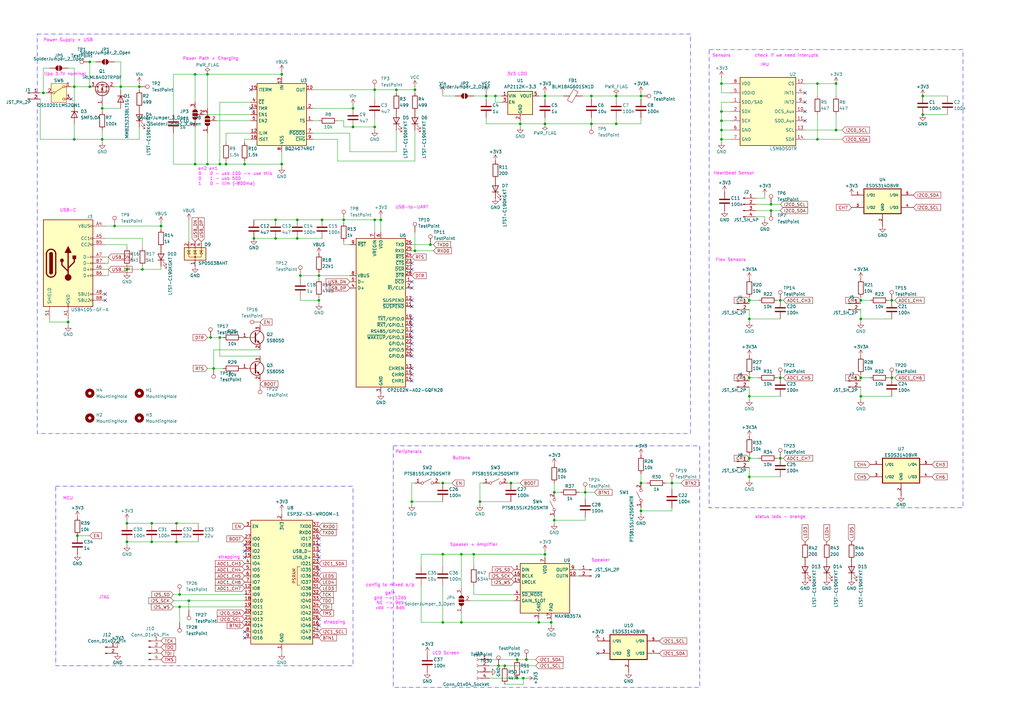
<source format=kicad_sch>
(kicad_sch (version 20250114) (generator "eeschema") (generator_version "9.0")
  (paper "A3")
  (rectangle (start 290.83 20.32) (end 394.97 208.28) (stroke (width 0) (type dash_dot)))
  (rectangle (start 22.86 199.39) (end 144.78 273.05) (stroke (width 0) (type dash_dot)))
  (rectangle (start 161.29 182.88) (end 287.02 281.94) (stroke (width 0) (type dash_dot)))
  (rectangle (start 15.24 13.97) (end 283.21 177.8) (stroke (width 0) (type dash_dot)))
  (text "MCU" (at 27.94 204.47 0) (effects (font (size 1.27 1.27))))
  (text "status leds - orange" (at 320.04 212.09 0) (effects (font (size 1.27 1.27))))
  (text "Flex Sensors" (at 299.72 106.68 0) (effects (font (size 1.27 1.27))))
  (text "Sensors" (at 295.91 22.86 0) (effects (font (size 1.27 1.27))))
  (text "USB-to-UART" (at 168.91 85.09 0) (effects (font (size 1.27 1.27))))
  (text "Speaker" (at 246.38 229.87 0) (effects (font (size 1.27 1.27))))
  (text "en2 en1\n0 	0 - usb 100 -> use this\n0	1 - usb 500\n1	0 - ilim (~800ma)\n" (at 81.28 72.39 0) (effects (font (size 1.27 1.27)) (justify left)))
  (text "Power Supply + USB" (at 27.94 16.51 0) (effects (font (size 1.27 1.27))))
  (text "3V3 LDO\n" (at 212.09 30.48 0) (effects (font (size 1.27 1.27))))
  (text "Buttons" (at 189.23 187.96 0) (effects (font (size 1.27 1.27))))
  (text "JTAG " (at 43.18 245.11 0) (effects (font (size 1.27 1.27))))
  (text "config to mixed o/p" (at 160.02 240.03 0) (effects (font (size 1.27 1.27))))
  (text "Speaker + Amplifier" (at 194.31 223.52 0) (effects (font (size 1.27 1.27))))
  (text "gain\ngnd -> 12db\nNC -> 9db\nvdd -> 6db" (at 160.02 246.38 0) (effects (font (size 1.27 1.27))))
  (text "strapping\n" (at 137.16 255.27 0) (effects (font (size 1.27 1.27))))
  (text "strapping\n" (at 93.98 228.6 0) (effects (font (size 1.27 1.27))))
  (text "IMU\n" (at 313.69 26.67 0) (effects (font (size 1.27 1.27))))
  (text "lipo 3.7V nominal" (at 26.67 30.48 0) (effects (font (size 1.27 1.27))))
  (text "Power Path + Charging" (at 86.36 24.13 0) (effects (font (size 1.27 1.27))))
  (text "LCD Screen" (at 182.88 267.97 0) (effects (font (size 1.27 1.27))))
  (text "check if we need interupts" (at 322.58 22.86 0) (effects (font (size 1.27 1.27))))
  (text "Heartbeat Sensor\n" (at 300.99 71.12 0) (effects (font (size 1.27 1.27))))
  (text "USB-C\n" (at 27.94 86.36 0) (effects (font (size 1.27 1.27))))
  (text "Peripherals\n" (at 167.64 185.42 0) (effects (font (size 1.27 1.27))))
  (junction (at 212.09 278.13))
  (junction (at 316.23 83.82))
  (junction (at 242.57 50.8))
  (junction (at 207.01 273.05))
  (junction (at 123.19 113.03))
  (junction (at 176.53 100.33))
  (junction (at 130.81 123.19))
  (junction (at 307.34 154.94))
  (junction (at 295.91 34.29))
  (junction (at 342.9 34.29))
  (junction (at 153.67 36.83))
  (junction (at 189.23 255.27))
  (junction (at 30.48 35.56))
  (junction (at 335.28 57.15))
  (junction (at 307.34 162.56))
  (junction (at 104.14 97.79))
  (junction (at 86.36 138.43))
  (junction (at 66.04 92.71))
  (junction (at 57.15 35.56))
  (junction (at 240.03 201.93))
  (junction (at 36.83 35.56))
  (junction (at 153.67 90.17))
  (junction (at 100.33 67.31))
  (junction (at 144.78 52.07))
  (junction (at 181.61 255.27))
  (junction (at 46.99 92.71))
  (junction (at 17.78 38.1))
  (junction (at 92.71 67.31))
  (junction (at 227.33 201.93))
  (junction (at 36.83 25.4))
  (junction (at 144.78 44.45))
  (junction (at 132.08 90.17))
  (junction (at 316.23 86.36))
  (junction (at 30.48 57.15))
  (junction (at 41.91 44.45))
  (junction (at 215.9 270.51))
  (junction (at 85.09 30.48))
  (junction (at 121.92 97.79))
  (junction (at 203.2 39.37))
  (junction (at 199.39 39.37))
  (junction (at 214.63 278.13))
  (junction (at 223.52 39.37))
  (junction (at 378.46 46.99))
  (junction (at 252.73 50.8))
  (junction (at 168.91 205.74))
  (junction (at 41.91 57.15))
  (junction (at 27.94 132.08))
  (junction (at 52.07 214.63))
  (junction (at 307.34 187.96))
  (junction (at 353.06 123.19))
  (junction (at 365.76 123.19))
  (junction (at 162.56 36.83))
  (junction (at 365.76 154.94))
  (junction (at 77.47 246.38))
  (junction (at 156.21 90.17))
  (junction (at 353.06 130.81))
  (junction (at 52.07 222.25))
  (junction (at 153.67 52.07))
  (junction (at 227.33 213.36))
  (junction (at 295.91 45.72))
  (junction (at 73.66 248.92))
  (junction (at 307.34 123.19))
  (junction (at 140.97 90.17))
  (junction (at 320.04 123.19))
  (junction (at 52.07 110.49))
  (junction (at 62.23 214.63))
  (junction (at 223.52 50.8))
  (junction (at 90.17 67.31))
  (junction (at 213.36 50.8))
  (junction (at 204.47 273.05))
  (junction (at 209.55 198.12))
  (junction (at 181.61 227.33))
  (junction (at 58.42 110.49))
  (junction (at 342.9 53.34))
  (junction (at 262.89 39.37))
  (junction (at 87.63 151.13))
  (junction (at 275.59 198.12))
  (junction (at 194.31 227.33))
  (junction (at 242.57 39.37))
  (junction (at 73.66 243.84))
  (junction (at 262.89 198.12))
  (junction (at 320.04 154.94))
  (junction (at 31.75 219.71))
  (junction (at 307.34 130.81))
  (junction (at 62.23 222.25))
  (junction (at 378.46 39.37))
  (junction (at 170.18 36.83))
  (junction (at 115.57 67.31))
  (junction (at 220.98 255.27))
  (junction (at 115.57 30.48))
  (junction (at 196.85 205.74))
  (junction (at 85.09 67.31))
  (junction (at 320.04 187.96))
  (junction (at 353.06 162.56))
  (junction (at 113.03 90.17))
  (junction (at 295.91 49.53))
  (junction (at 90.17 138.43))
  (junction (at 252.73 39.37))
  (junction (at 49.53 35.56))
  (junction (at 212.09 270.51))
  (junction (at 113.03 97.79))
  (junction (at 72.39 214.63))
  (junction (at 181.61 198.12))
  (junction (at 307.34 195.58))
  (junction (at 189.23 227.33))
  (junction (at 335.28 34.29))
  (junction (at 72.39 222.25))
  (junction (at 295.91 53.34))
  (junction (at 80.01 67.31))
  (junction (at 226.06 255.27))
  (junction (at 262.89 209.55))
  (junction (at 130.81 113.03))
  (junction (at 353.06 154.94))
  (junction (at 170.18 102.87))
  (junction (at 295.91 57.15))
  (junction (at 223.52 227.33))
  (junction (at 121.92 90.17))
  (junction (at 80.01 30.48))
  (no_connect (at 100.33 259.08))
  (no_connect (at 330.2 38.1))
  (no_connect (at 102.87 44.45))
  (no_connect (at 130.81 226.06))
  (no_connect (at 168.91 133.35))
  (no_connect (at 168.91 110.49))
  (no_connect (at 100.33 226.06))
  (no_connect (at 168.91 153.67))
  (no_connect (at 168.91 130.81))
  (no_connect (at 102.87 36.83))
  (no_connect (at 330.2 41.91))
  (no_connect (at 130.81 233.68))
  (no_connect (at 130.81 220.98))
  (no_connect (at 130.81 254))
  (no_connect (at 168.91 138.43))
  (no_connect (at 168.91 140.97))
  (no_connect (at 168.91 125.73))
  (no_connect (at 245.11 267.97))
  (no_connect (at 330.2 45.72))
  (no_connect (at 43.18 120.65))
  (no_connect (at 100.33 261.62))
  (no_connect (at 168.91 135.89))
  (no_connect (at 168.91 115.57))
  (no_connect (at 168.91 156.21))
  (no_connect (at 168.91 123.19))
  (no_connect (at 168.91 118.11))
  (no_connect (at 130.81 223.52))
  (no_connect (at 130.81 228.6))
  (no_connect (at 100.33 228.6))
  (no_connect (at 168.91 107.95))
  (no_connect (at 330.2 49.53))
  (no_connect (at 100.33 223.52))
  (no_connect (at 130.81 256.54))
  (no_connect (at 43.18 123.19))
  (no_connect (at 29.21 40.64))
  (no_connect (at 168.91 143.51))
  (no_connect (at 168.91 151.13))
  (no_connect (at 168.91 146.05))
  (wire (pts (xy 199.39 48.26) (xy 199.39 50.8)))
  (wire (pts (xy 41.91 58.42) (xy 41.91 57.15)))
  (wire (pts (xy 49.53 25.4) (xy 49.53 35.56)))
  (wire (pts (xy 71.12 243.84) (xy 73.66 243.84)))
  (wire (pts (xy 223.52 227.33) (xy 223.52 228.6)))
  (wire (pts (xy 87.63 151.13) (xy 91.44 151.13)))
  (wire (pts (xy 199.39 39.37) (xy 203.2 39.37)))
  (wire (pts (xy 57.15 36.83) (xy 57.15 35.56)))
  (wire (pts (xy 240.03 201.93) (xy 243.84 201.93)))
  (wire (pts (xy 307.34 132.08) (xy 307.34 130.81)))
  (wire (pts (xy 365.76 123.19) (xy 364.49 123.19)))
  (wire (pts (xy 113.03 90.17) (xy 121.92 90.17)))
  (wire (pts (xy 73.66 243.84) (xy 100.33 243.84)))
  (wire (pts (xy 227.33 214.63) (xy 227.33 213.36)))
  (wire (pts (xy 181.61 240.03) (xy 181.61 255.27)))
  (wire (pts (xy 193.04 246.38) (xy 210.82 246.38)))
  (wire (pts (xy 140.97 52.07) (xy 144.78 52.07)))
  (wire (pts (xy 307.34 162.56) (xy 320.04 162.56)))
  (wire (pts (xy 237.49 233.68) (xy 236.22 233.68)))
  (wire (pts (xy 223.52 40.64) (xy 223.52 39.37)))
  (wire (pts (xy 92.71 54.61) (xy 92.71 58.42)))
  (wire (pts (xy 307.34 187.96) (xy 307.34 189.23)))
  (wire (pts (xy 170.18 53.34) (xy 170.18 66.04)))
  (wire (pts (xy 353.06 132.08) (xy 353.06 130.81)))
  (wire (pts (xy 242.57 40.64) (xy 242.57 39.37)))
  (wire (pts (xy 17.78 27.94) (xy 17.78 38.1)))
  (wire (pts (xy 170.18 35.56) (xy 170.18 36.83)))
  (wire (pts (xy 313.69 80.01) (xy 313.69 81.28)))
  (wire (pts (xy 220.98 39.37) (xy 223.52 39.37)))
  (wire (pts (xy 30.48 27.94) (xy 30.48 35.56)))
  (wire (pts (xy 130.81 113.03) (xy 130.81 114.3)))
  (wire (pts (xy 130.81 124.46) (xy 130.81 123.19)))
  (wire (pts (xy 295.91 45.72) (xy 299.72 45.72)))
  (wire (pts (xy 172.72 255.27) (xy 181.61 255.27)))
  (wire (pts (xy 313.69 90.17) (xy 313.69 88.9)))
  (wire (pts (xy 115.57 209.55) (xy 115.57 210.82)))
  (wire (pts (xy 313.69 81.28) (xy 309.88 81.28)))
  (wire (pts (xy 237.49 201.93) (xy 240.03 201.93)))
  (wire (pts (xy 41.91 57.15) (xy 41.91 53.34)))
  (wire (pts (xy 262.89 40.64) (xy 262.89 39.37)))
  (wire (pts (xy 203.2 39.37) (xy 205.74 39.37)))
  (wire (pts (xy 140.97 90.17) (xy 140.97 91.44)))
  (wire (pts (xy 85.09 54.61) (xy 85.09 67.31)))
  (wire (pts (xy 20.32 132.08) (xy 20.32 130.81)))
  (wire (pts (xy 100.33 67.31) (xy 100.33 66.04)))
  (wire (pts (xy 41.91 45.72) (xy 41.91 44.45)))
  (wire (pts (xy 353.06 123.19) (xy 353.06 124.46)))
  (wire (pts (xy 262.89 38.1) (xy 262.89 39.37)))
  (wire (pts (xy 307.34 130.81) (xy 307.34 127)))
  (wire (pts (xy 220.98 255.27) (xy 220.98 254)))
  (wire (pts (xy 71.12 248.92) (xy 73.66 248.92)))
  (wire (pts (xy 172.72 232.41) (xy 172.72 227.33)))
  (wire (pts (xy 90.17 138.43) (xy 91.44 138.43)))
  (wire (pts (xy 320.04 187.96) (xy 318.77 187.96)))
  (wire (pts (xy 207.01 280.67) (xy 214.63 280.67)))
  (wire (pts (xy 196.85 205.74) (xy 196.85 198.12)))
  (wire (pts (xy 92.71 67.31) (xy 92.71 66.04)))
  (wire (pts (xy 215.9 270.51) (xy 219.71 270.51)))
  (wire (pts (xy 72.39 214.63) (xy 81.28 214.63)))
  (wire (pts (xy 73.66 248.92) (xy 100.33 248.92)))
  (wire (pts (xy 273.05 198.12) (xy 275.59 198.12)))
  (wire (pts (xy 168.91 205.74) (xy 168.91 198.12)))
  (wire (pts (xy 189.23 227.33) (xy 194.31 227.33)))
  (wire (pts (xy 181.61 227.33) (xy 189.23 227.33)))
  (wire (pts (xy 115.57 68.58) (xy 115.57 67.31)))
  (wire (pts (xy 140.97 49.53) (xy 138.43 49.53)))
  (wire (pts (xy 227.33 198.12) (xy 227.33 201.93)))
  (wire (pts (xy 17.78 38.1) (xy 16.51 38.1)))
  (wire (pts (xy 307.34 123.19) (xy 311.15 123.19)))
  (wire (pts (xy 335.28 57.15) (xy 330.2 57.15)))
  (wire (pts (xy 353.06 130.81) (xy 353.06 127)))
  (wire (pts (xy 80.01 30.48) (xy 80.01 41.91)))
  (wire (pts (xy 307.34 195.58) (xy 320.04 195.58)))
  (wire (pts (xy 16.51 57.15) (xy 30.48 57.15)))
  (wire (pts (xy 275.59 198.12) (xy 275.59 200.66)))
  (wire (pts (xy 57.15 35.56) (xy 49.53 35.56)))
  (wire (pts (xy 130.81 123.19) (xy 130.81 121.92)))
  (wire (pts (xy 189.23 227.33) (xy 189.23 241.3)))
  (wire (pts (xy 213.36 52.07) (xy 213.36 50.8)))
  (wire (pts (xy 345.44 53.34) (xy 342.9 53.34)))
  (wire (pts (xy 162.56 62.23) (xy 143.51 62.23)))
  (wire (pts (xy 88.9 49.53) (xy 102.87 49.53)))
  (wire (pts (xy 36.83 25.4) (xy 36.83 35.56)))
  (wire (pts (xy 162.56 53.34) (xy 162.56 62.23)))
  (wire (pts (xy 102.87 41.91) (xy 90.17 41.91)))
  (wire (pts (xy 41.91 44.45) (xy 41.91 43.18)))
  (wire (pts (xy 140.97 90.17) (xy 153.67 90.17)))
  (wire (pts (xy 242.57 50.8) (xy 223.52 50.8)))
  (wire (pts (xy 213.36 50.8) (xy 223.52 50.8)))
  (wire (pts (xy 138.43 57.15) (xy 128.27 57.15)))
  (wire (pts (xy 212.09 278.13) (xy 214.63 278.13)))
  (wire (pts (xy 58.42 110.49) (xy 52.07 110.49)))
  (wire (pts (xy 27.94 27.94) (xy 30.48 27.94)))
  (wire (pts (xy 213.36 49.53) (xy 213.36 50.8)))
  (wire (pts (xy 57.15 52.07) (xy 57.15 57.15)))
  (wire (pts (xy 87.63 143.51) (xy 87.63 151.13)))
  (wire (pts (xy 353.06 153.67) (xy 353.06 154.94)))
  (wire (pts (xy 240.03 213.36) (xy 240.03 212.09)))
  (wire (pts (xy 295.91 49.53) (xy 299.72 49.53)))
  (wire (pts (xy 181.61 198.12) (xy 180.34 198.12)))
  (wire (pts (xy 90.17 41.91) (xy 90.17 67.31)))
  (wire (pts (xy 52.07 213.36) (xy 52.07 214.63)))
  (wire (pts (xy 138.43 66.04) (xy 138.43 57.15)))
  (wire (pts (xy 295.91 41.91) (xy 295.91 45.72)))
  (wire (pts (xy 46.99 25.4) (xy 49.53 25.4)))
  (wire (pts (xy 115.57 267.97) (xy 115.57 266.7)))
  (wire (pts (xy 189.23 251.46) (xy 189.23 255.27)))
  (wire (pts (xy 85.09 138.43) (xy 86.36 138.43)))
  (wire (pts (xy 320.04 86.36) (xy 316.23 86.36)))
  (wire (pts (xy 275.59 198.12) (xy 279.4 198.12)))
  (wire (pts (xy 168.91 205.74) (xy 181.61 205.74)))
  (wire (pts (xy 295.91 53.34) (xy 299.72 53.34)))
  (wire (pts (xy 335.28 34.29) (xy 335.28 39.37)))
  (wire (pts (xy 335.28 46.99) (xy 335.28 57.15)))
  (wire (pts (xy 320.04 83.82) (xy 316.23 83.82)))
  (wire (pts (xy 123.19 123.19) (xy 130.81 123.19)))
  (wire (pts (xy 321.31 187.96) (xy 320.04 187.96)))
  (wire (pts (xy 106.68 146.05) (xy 90.17 146.05)))
  (wire (pts (xy 307.34 123.19) (xy 307.34 124.46)))
  (wire (pts (xy 170.18 36.83) (xy 170.18 38.1)))
  (wire (pts (xy 307.34 121.92) (xy 307.34 123.19)))
  (wire (pts (xy 170.18 102.87) (xy 168.91 102.87)))
  (wire (pts (xy 295.91 58.42) (xy 295.91 57.15)))
  (wire (pts (xy 115.57 29.21) (xy 115.57 30.48)))
  (wire (pts (xy 172.72 240.03) (xy 172.72 255.27)))
  (wire (pts (xy 73.66 248.92) (xy 73.66 255.27)))
  (wire (pts (xy 252.73 48.26) (xy 252.73 50.8)))
  (wire (pts (xy 66.04 110.49) (xy 58.42 110.49)))
  (wire (pts (xy 367.03 123.19) (xy 365.76 123.19)))
  (wire (pts (xy 80.01 67.31) (xy 85.09 67.31)))
  (wire (pts (xy 307.34 195.58) (xy 307.34 191.77)))
  (wire (pts (xy 36.83 35.56) (xy 30.48 35.56)))
  (wire (pts (xy 238.76 39.37) (xy 242.57 39.37)))
  (wire (pts (xy 227.33 213.36) (xy 240.03 213.36)))
  (wire (pts (xy 295.91 57.15) (xy 299.72 57.15)))
  (wire (pts (xy 378.46 46.99) (xy 388.62 46.99)))
  (wire (pts (xy 212.09 270.51) (xy 215.9 270.51)))
  (wire (pts (xy 77.47 90.17) (xy 77.47 99.06)))
  (wire (pts (xy 123.19 123.19) (xy 123.19 121.92)))
  (wire (pts (xy 345.44 57.15) (xy 335.28 57.15)))
  (wire (pts (xy 307.34 186.69) (xy 307.34 187.96)))
  (wire (pts (xy 307.34 196.85) (xy 307.34 195.58)))
  (wire (pts (xy 39.37 25.4) (xy 36.83 25.4)))
  (wire (pts (xy 144.78 43.18) (xy 144.78 44.45)))
  (wire (pts (xy 200.66 273.05) (xy 204.47 273.05)))
  (wire (pts (xy 307.34 162.56) (xy 307.34 158.75)))
  (wire (pts (xy 307.34 130.81) (xy 320.04 130.81)))
  (wire (pts (xy 194.31 227.33) (xy 223.52 227.33)))
  (wire (pts (xy 295.91 34.29) (xy 299.72 34.29)))
  (wire (pts (xy 307.34 163.83) (xy 307.34 162.56)))
  (wire (pts (xy 102.87 54.61) (xy 92.71 54.61)))
  (wire (pts (xy 196.85 205.74) (xy 209.55 205.74)))
  (wire (pts (xy 90.17 67.31) (xy 92.71 67.31)))
  (wire (pts (xy 199.39 50.8) (xy 213.36 50.8)))
  (wire (pts (xy 242.57 39.37) (xy 252.73 39.37)))
  (wire (pts (xy 132.08 90.17) (xy 140.97 90.17)))
  (wire (pts (xy 71.12 54.61) (xy 71.12 67.31)))
  (wire (pts (xy 307.34 153.67) (xy 307.34 154.94)))
  (wire (pts (xy 36.83 219.71) (xy 31.75 219.71)))
  (wire (pts (xy 367.03 154.94) (xy 365.76 154.94)))
  (wire (pts (xy 49.53 36.83) (xy 49.53 35.56)))
  (wire (pts (xy 153.67 90.17) (xy 156.21 90.17)))
  (wire (pts (xy 168.91 198.12) (xy 170.18 198.12)))
  (wire (pts (xy 203.2 41.91) (xy 203.2 39.37)))
  (wire (pts (xy 226.06 256.54) (xy 226.06 255.27)))
  (wire (pts (xy 44.45 113.03) (xy 43.18 113.03)))
  (wire (pts (xy 100.33 58.42) (xy 100.33 57.15)))
  (wire (pts (xy 130.81 113.03) (xy 143.51 113.03)))
  (wire (pts (xy 378.46 39.37) (xy 388.62 39.37)))
  (wire (pts (xy 66.04 91.44) (xy 66.04 92.71)))
  (wire (pts (xy 62.23 214.63) (xy 72.39 214.63)))
  (wire (pts (xy 43.18 100.33) (xy 52.07 100.33)))
  (wire (pts (xy 52.07 110.49) (xy 52.07 111.76)))
  (wire (pts (xy 153.67 40.64) (xy 153.67 36.83)))
  (wire (pts (xy 72.39 222.25) (xy 81.28 222.25)))
  (wire (pts (xy 262.89 48.26) (xy 262.89 50.8)))
  (wire (pts (xy 143.51 62.23) (xy 143.51 54.61)))
  (wire (pts (xy 143.51 54.61) (xy 128.27 54.61)))
  (wire (pts (xy 140.97 99.06) (xy 140.97 100.33)))
  (wire (pts (xy 209.55 198.12) (xy 208.28 198.12)))
  (wire (pts (xy 30.48 57.15) (xy 41.91 57.15)))
  (wire (pts (xy 130.81 49.53) (xy 128.27 49.53)))
  (wire (pts (xy 83.82 46.99) (xy 102.87 46.99)))
  (wire (pts (xy 262.89 198.12) (xy 265.43 198.12)))
  (wire (pts (xy 353.06 162.56) (xy 353.06 158.75)))
  (wire (pts (xy 52.07 222.25) (xy 52.07 223.52)))
  (wire (pts (xy 46.99 92.71) (xy 43.18 92.71)))
  (wire (pts (xy 189.23 255.27) (xy 220.98 255.27)))
  (wire (pts (xy 44.45 107.95) (xy 43.18 107.95)))
  (wire (pts (xy 58.42 97.79) (xy 58.42 101.6)))
  (wire (pts (xy 177.8 102.87) (xy 170.18 102.87)))
  (wire (pts (xy 128.27 44.45) (xy 144.78 44.45)))
  (wire (pts (xy 71.12 46.99) (xy 71.12 30.48)))
  (wire (pts (xy 106.68 143.51) (xy 87.63 143.51)))
  (wire (pts (xy 43.18 97.79) (xy 58.42 97.79)))
  (wire (pts (xy 80.01 30.48) (xy 85.09 30.48)))
  (wire (pts (xy 170.18 36.83) (xy 162.56 36.83)))
  (wire (pts (xy 44.45 105.41) (xy 43.18 105.41)))
  (wire (pts (xy 262.89 210.82) (xy 262.89 209.55)))
  (wire (pts (xy 342.9 46.99) (xy 342.9 53.34)))
  (wire (pts (xy 144.78 52.07) (xy 153.67 52.07)))
  (wire (pts (xy 85.09 30.48) (xy 85.09 44.45)))
  (wire (pts (xy 49.53 35.56) (xy 46.99 35.56)))
  (wire (pts (xy 320.04 154.94) (xy 318.77 154.94)))
  (wire (pts (xy 181.61 39.37) (xy 181.61 38.1)))
  (wire (pts (xy 223.52 39.37) (xy 231.14 39.37)))
  (wire (pts (xy 223.52 48.26) (xy 223.52 50.8)))
  (wire (pts (xy 85.09 151.13) (xy 87.63 151.13)))
  (wire (pts (xy 71.12 67.31) (xy 80.01 67.31)))
  (wire (pts (xy 123.19 113.03) (xy 123.19 114.3)))
  (wire (pts (xy 27.94 133.35) (xy 27.94 132.08)))
  (wire (pts (xy 316.23 86.36) (xy 309.88 86.36)))
  (wire (pts (xy 16.51 40.64) (xy 16.51 57.15)))
  (wire (pts (xy 240.03 201.93) (xy 240.03 204.47)))
  (wire (pts (xy 121.92 90.17) (xy 132.08 90.17)))
  (wire (pts (xy 227.33 201.93) (xy 229.87 201.93)))
  (wire (pts (xy 196.85 198.12) (xy 198.12 198.12)))
  (wire (pts (xy 320.04 123.19) (xy 318.77 123.19)))
  (wire (pts (xy 335.28 34.29) (xy 342.9 34.29)))
  (wire (pts (xy 44.45 110.49) (xy 44.45 113.03)))
  (wire (pts (xy 200.66 270.51) (xy 212.09 270.51)))
  (wire (pts (xy 19.05 38.1) (xy 17.78 38.1)))
  (wire (pts (xy 170.18 95.25) (xy 170.18 102.87)))
  (wire (pts (xy 52.07 100.33) (xy 52.07 101.6)))
  (wire (pts (xy 153.67 48.26) (xy 153.67 52.07)))
  (wire (pts (xy 106.68 132.08) (xy 106.68 133.35)))
  (wire (pts (xy 121.92 97.79) (xy 132.08 97.79)))
  (wire (pts (xy 330.2 34.29) (xy 335.28 34.29)))
  (wire (pts (xy 57.15 34.29) (xy 57.15 35.56)))
  (wire (pts (xy 342.9 34.29) (xy 342.9 39.37)))
  (wire (pts (xy 20.32 132.08) (xy 27.94 132.08)))
  (wire (pts (xy 106.68 157.48) (xy 106.68 156.21)))
  (wire (pts (xy 321.31 154.94) (xy 320.04 154.94)))
  (wire (pts (xy 295.91 53.34) (xy 295.91 57.15)))
  (wire (pts (xy 223.52 226.06) (xy 223.52 227.33)))
  (wire (pts (xy 181.61 232.41) (xy 181.61 227.33)))
  (wire (pts (xy 209.55 198.12) (xy 213.36 198.12)))
  (wire (pts (xy 44.45 105.41) (xy 44.45 107.95)))
  (wire (pts (xy 77.47 250.19) (xy 77.47 246.38)))
  (wire (pts (xy 66.04 92.71) (xy 46.99 92.71)))
  (wire (pts (xy 85.09 67.31) (xy 90.17 67.31)))
  (wire (pts (xy 20.32 27.94) (xy 17.78 27.94)))
  (wire (pts (xy 41.91 44.45) (xy 49.53 44.45)))
  (wire (pts (xy 194.31 240.03) (xy 194.31 243.84)))
  (wire (pts (xy 252.73 40.64) (xy 252.73 39.37)))
  (wire (pts (xy 353.06 130.81) (xy 365.76 130.81)))
  (wire (pts (xy 113.03 97.79) (xy 121.92 97.79)))
  (wire (pts (xy 295.91 45.72) (xy 295.91 49.53)))
  (wire (pts (xy 307.34 187.96) (xy 311.15 187.96)))
  (wire (pts (xy 321.31 123.19) (xy 320.04 123.19)))
  (wire (pts (xy 353.06 162.56) (xy 365.76 162.56)))
  (wire (pts (xy 181.61 198.12) (xy 185.42 198.12)))
  (wire (pts (xy 30.48 50.8) (xy 30.48 57.15)))
  (wire (pts (xy 194.31 243.84) (xy 210.82 243.84)))
  (wire (pts (xy 262.89 209.55) (xy 275.59 209.55)))
  (wire (pts (xy 153.67 36.83) (xy 162.56 36.83)))
  (wire (pts (xy 307.34 154.94) (xy 307.34 156.21)))
  (wire (pts (xy 100.33 57.15) (xy 102.87 57.15)))
  (wire (pts (xy 199.39 38.1) (xy 199.39 39.37)))
  (wire (pts (xy 162.56 36.83) (xy 162.56 38.1)))
  (wire (pts (xy 52.07 109.22) (xy 52.07 110.49)))
  (wire (pts (xy 275.59 209.55) (xy 275.59 208.28)))
  (wire (pts (xy 299.72 38.1) (xy 295.91 38.1)))
  (wire (pts (xy 80.01 52.07) (xy 80.01 67.31)))
  (wire (pts (xy 316.23 83.82) (xy 309.88 83.82)))
  (wire (pts (xy 66.04 109.22) (xy 66.04 110.49)))
  (wire (pts (xy 262.89 39.37) (xy 252.73 39.37)))
  (wire (pts (xy 170.18 66.04) (xy 138.43 66.04)))
  (wire (pts (xy 62.23 222.25) (xy 72.39 222.25)))
  (wire (pts (xy 92.71 67.31) (xy 100.33 67.31)))
  (wire (pts (xy 172.72 227.33) (xy 181.61 227.33)))
  (wire (pts (xy 313.69 88.9) (xy 309.88 88.9)))
  (wire (pts (xy 353.06 121.92) (xy 353.06 123.19)))
  (wire (pts (xy 295.91 49.53) (xy 295.91 53.34)))
  (wire (pts (xy 44.45 110.49) (xy 43.18 110.49)))
  (wire (pts (xy 237.49 236.22) (xy 236.22 236.22)))
  (wire (pts (xy 353.06 154.94) (xy 353.06 156.21)))
  (wire (pts (xy 104.14 97.79) (xy 113.03 97.79)))
  (wire (pts (xy 140.97 49.53) (xy 140.97 52.07)))
  (wire (pts (xy 27.94 132.08) (xy 27.94 130.81)))
  (wire (pts (xy 30.48 35.56) (xy 30.48 43.18)))
  (wire (pts (xy 52.07 222.25) (xy 62.23 222.25)))
  (wire (pts (xy 299.72 41.91) (xy 295.91 41.91)))
  (wire (pts (xy 86.36 138.43) (xy 90.17 138.43)))
  (wire (pts (xy 262.89 194.31) (xy 262.89 198.12)))
  (wire (pts (xy 100.33 67.31) (xy 115.57 67.31)))
  (wire (pts (xy 57.15 57.15) (xy 41.91 57.15)))
  (wire (pts (xy 205.74 41.91) (xy 203.2 41.91)))
  (wire (pts (xy 262.89 50.8) (xy 252.73 50.8)))
  (wire (pts (xy 156.21 90.17) (xy 156.21 95.25)))
  (wire (pts (xy 71.12 246.38) (xy 77.47 246.38)))
  (wire (pts (xy 177.8 100.33) (xy 176.53 100.33)))
  (wire (pts (xy 85.09 30.48) (xy 115.57 30.48)))
  (wire (pts (xy 353.06 154.94) (xy 356.87 154.94)))
  (wire (pts (xy 90.17 146.05) (xy 90.17 138.43)))
  (wire (pts (xy 156.21 88.9) (xy 156.21 90.17)))
  (wire (pts (xy 130.81 111.76) (xy 130.81 113.03)))
  (wire (pts (xy 214.63 278.13) (xy 215.9 278.13)))
  (wire (pts (xy 66.04 92.71) (xy 66.04 93.98)))
  (wire (pts (xy 115.57 62.23) (xy 115.57 67.31)))
  (wire (pts (xy 196.85 207.01) (xy 196.85 205.74)))
  (wire (pts (xy 176.53 100.33) (xy 168.91 100.33)))
  (wire (pts (xy 77.47 246.38) (xy 100.33 246.38)))
  (wire (pts (xy 214.63 280.67) (xy 214.63 278.13)))
  (wire (pts (xy 223.52 38.1) (xy 223.52 39.37)))
  (wire (pts (xy 353.06 123.19) (xy 356.87 123.19)))
  (wire (pts (xy 353.06 163.83) (xy 353.06 162.56)))
  (wire (pts (xy 181.61 255.27) (xy 189.23 255.27)))
  (wire (pts (xy 200.66 278.13) (xy 212.09 278.13)))
  (wire (pts (xy 207.01 273.05) (xy 219.71 273.05)))
  (wire (pts (xy 194.31 232.41) (xy 194.31 227.33)))
  (wire (pts (xy 199.39 40.64) (xy 199.39 39.37)))
  (wire (pts (xy 153.67 52.07) (xy 153.67 53.34)))
  (wire (pts (xy 71.12 30.48) (xy 80.01 30.48)))
  (wire (pts (xy 140.97 100.33) (xy 143.51 100.33)))
  (wire (pts (xy 242.57 48.26) (xy 242.57 50.8)))
  (wire (pts (xy 153.67 90.17) (xy 153.67 95.25)))
  (wire (pts (xy 181.61 39.37) (xy 186.69 39.37)))
  (wire (pts (xy 295.91 38.1) (xy 295.91 34.29)))
  (wire (pts (xy 252.73 50.8) (xy 242.57 50.8)))
  (wire (pts (xy 227.33 213.36) (xy 227.33 212.09)))
  (wire (pts (xy 295.91 31.75) (xy 295.91 34.29)))
  (wire (pts (xy 52.07 214.63) (xy 62.23 214.63)))
  (wire (pts (xy 58.42 109.22) (xy 58.42 110.49)))
  (wire (pts (xy 307.34 154.94) (xy 311.15 154.94)))
  (wire (pts (xy 226.06 254) (xy 226.06 255.27)))
  (wire (pts (xy 204.47 273.05) (xy 207.01 273.05)))
  (wire (pts (xy 115.57 30.48) (xy 115.57 31.75)))
  (wire (pts (xy 123.19 113.03) (xy 130.81 113.03)))
  (wire (pts (xy 262.89 209.55) (xy 262.89 208.28)))
  (wire (pts (xy 342.9 53.34) (xy 330.2 53.34)))
  (wire (pts (xy 30.48 35.56) (xy 29.21 35.56)))
  (wire (pts (xy 168.91 207.01) (xy 168.91 205.74)))
  (wire (pts (xy 220.98 255.27) (xy 226.06 255.27)))
  (wire (pts (xy 104.14 90.17) (xy 113.03 90.17)))
  (wire (pts (xy 365.76 154.94) (xy 364.49 154.94)))
  (wire (pts (xy 194.31 39.37) (xy 199.39 39.37)))
  (wire (pts (xy 153.67 36.83) (xy 128.27 36.83)))
  (global_label "BTN2" (shape input) (at 100.33 256.54 180) (property "Intersheetrefs" "${INTERSHEET_REFS}" (effects (hide yes))))
  (global_label "BTN1" (shape input) (at 130.81 261.62 0) (property "Intersheetrefs" "${INTERSHEET_REFS}" (effects (hide yes))))
  (global_label "I2C0_SDA" (shape input) (at 345.44 57.15 0) (property "Intersheetrefs" "${INTERSHEET_REFS}" (effects (hide yes))))
  (global_label "I2C0_SCL" (shape input) (at 100.33 254 180) (property "Intersheetrefs" "${INTERSHEET_REFS}" (effects (hide yes))))
  (global_label "TCK" (shape input) (at 66.04 262.89 0) (property "Intersheetrefs" "${INTERSHEET_REFS}" (effects (hide yes))))
  (global_label "CH3" (shape input) (at 307.34 123.19 180) (property "Intersheetrefs" "${INTERSHEET_REFS}" (effects (hide yes))))
  (global_label "USB_DN" (shape input) (at 143.51 115.57 180) (property "Intersheetrefs" "${INTERSHEET_REFS}" (effects (hide yes))))
  (global_label "I2S_WS" (shape input) (at 210.82 238.76 180) (property "Intersheetrefs" "${INTERSHEET_REFS}" (effects (hide yes))))
  (global_label "CH3" (shape input) (at 382.27 190.5 0) (property "Intersheetrefs" "${INTERSHEET_REFS}" (effects (hide yes))))
  (global_label "LED4" (shape input) (at 339.09 222.25 90) (property "Intersheetrefs" "${INTERSHEET_REFS}" (effects (hide yes))))
  (global_label "TDO" (shape input) (at 130.81 246.38 0) (property "Intersheetrefs" "${INTERSHEET_REFS}" (effects (hide yes))))
  (global_label "CH5" (shape input) (at 356.87 195.58 180) (property "Intersheetrefs" "${INTERSHEET_REFS}" (effects (hide yes))))
  (global_label "USB_DP" (shape input) (at 82.55 99.06 90) (property "Intersheetrefs" "${INTERSHEET_REFS}" (effects (hide yes))))
  (global_label "I2S_WS" (shape input) (at 71.12 248.92 180) (property "Intersheetrefs" "${INTERSHEET_REFS}" (effects (hide yes))))
  (global_label "RTS" (shape input) (at 85.09 151.13 180) (property "Intersheetrefs" "${INTERSHEET_REFS}" (effects (hide yes))))
  (global_label "BOOT" (shape input) (at 100.33 220.98 180) (property "Intersheetrefs" "${INTERSHEET_REFS}" (effects (hide yes))))
  (global_label "I2S_SD" (shape input) (at 71.12 243.84 180) (property "Intersheetrefs" "${INTERSHEET_REFS}" (effects (hide yes))))
  (global_label "LED5" (shape input) (at 130.81 236.22 0) (property "Intersheetrefs" "${INTERSHEET_REFS}" (effects (hide yes))))
  (global_label "TMS" (shape input) (at 130.81 251.46 0) (property "Intersheetrefs" "${INTERSHEET_REFS}" (effects (hide yes))))
  (global_label "I2C1_SDA" (shape input) (at 270.51 267.97 0) (property "Intersheetrefs" "${INTERSHEET_REFS}" (effects (hide yes))))
  (global_label "ADC1_CH6" (shape input) (at 100.33 238.76 180) (property "Intersheetrefs" "${INTERSHEET_REFS}" (effects (hide yes))))
  (global_label "I2S_SCK" (shape input) (at 71.12 246.38 180) (property "Intersheetrefs" "${INTERSHEET_REFS}" (effects (hide yes))))
  (global_label "LED4" (shape input) (at 130.81 238.76 0) (property "Intersheetrefs" "${INTERSHEET_REFS}" (effects (hide yes))))
  (global_label "USB_DN" (shape input) (at 80.01 99.06 90) (property "Intersheetrefs" "${INTERSHEET_REFS}" (effects (hide yes))))
  (global_label "I2C1_SCL" (shape input) (at 270.51 262.89 0) (property "Intersheetrefs" "${INTERSHEET_REFS}" (effects (hide yes))))
  (global_label "CH7" (shape input) (at 349.25 85.09 180) (property "Intersheetrefs" "${INTERSHEET_REFS}" (effects (hide yes))))
  (global_label "LED3" (shape input) (at 130.81 241.3 0) (property "Intersheetrefs" "${INTERSHEET_REFS}" (effects (hide yes))))
  (global_label "BOOT" (shape input) (at 106.68 157.48 0) (property "Intersheetrefs" "${INTERSHEET_REFS}" (effects (hide yes))))
  (global_label "CH4" (shape input) (at 356.87 190.5 180) (property "Intersheetrefs" "${INTERSHEET_REFS}" (effects (hide yes))))
  (global_label "CH7" (shape input) (at 307.34 187.96 180) (property "Intersheetrefs" "${INTERSHEET_REFS}" (effects (hide yes))))
  (global_label "USB_DP" (shape input) (at 44.45 110.49 0) (property "Intersheetrefs" "${INTERSHEET_REFS}" (effects (hide yes))))
  (global_label "ADC1_CH3" (shape input) (at 100.33 231.14 180) (property "Intersheetrefs" "${INTERSHEET_REFS}" (effects (hide yes))))
  (global_label "TDI" (shape input) (at 66.04 267.97 0) (property "Intersheetrefs" "${INTERSHEET_REFS}" (effects (hide yes))))
  (global_label "ADC1_CH5" (shape input) (at 100.33 236.22 180) (property "Intersheetrefs" "${INTERSHEET_REFS}" (effects (hide yes))))
  (global_label "RXD0" (shape input) (at 130.81 215.9 0) (property "Intersheetrefs" "${INTERSHEET_REFS}" (effects (hide yes))))
  (global_label "LED5" (shape input) (at 349.25 222.25 90) (property "Intersheetrefs" "${INTERSHEET_REFS}" (effects (hide yes))))
  (global_label "ADC1_CH3" (shape input) (at 321.31 123.19 0) (property "Intersheetrefs" "${INTERSHEET_REFS}" (effects (hide yes))))
  (global_label "CH4" (shape input) (at 353.06 123.19 180) (property "Intersheetrefs" "${INTERSHEET_REFS}" (effects (hide yes))))
  (global_label "I2C0_SDA" (shape input) (at 374.65 80.01 0) (property "Intersheetrefs" "${INTERSHEET_REFS}" (effects (hide yes))))
  (global_label "I2C0_SCL" (shape input) (at 320.04 83.82 0) (property "Intersheetrefs" "${INTERSHEET_REFS}" (effects (hide yes))))
  (global_label "TXD0" (shape input) (at 130.81 218.44 0) (property "Intersheetrefs" "${INTERSHEET_REFS}" (effects (hide yes))))
  (global_label "TCK" (shape input) (at 130.81 243.84 0) (property "Intersheetrefs" "${INTERSHEET_REFS}" (effects (hide yes))))
  (global_label "I2C1_SCL" (shape input) (at 219.71 273.05 0) (property "Intersheetrefs" "${INTERSHEET_REFS}" (effects (hide yes))))
  (global_label "CH6" (shape input) (at 382.27 195.58 0) (property "Intersheetrefs" "${INTERSHEET_REFS}" (effects (hide yes))))
  (global_label "I2C1_SDA" (shape input) (at 219.71 270.51 0) (property "Intersheetrefs" "${INTERSHEET_REFS}" (effects (hide yes))))
  (global_label "EN" (shape input) (at 185.42 198.12 0) (property "Intersheetrefs" "${INTERSHEET_REFS}" (effects (hide yes))))
  (global_label "TXD0" (shape input) (at 177.8 100.33 0) (property "Intersheetrefs" "${INTERSHEET_REFS}" (effects (hide yes))))
  (global_label "I2S_SD" (shape input) (at 210.82 233.68 180) (property "Intersheetrefs" "${INTERSHEET_REFS}" (effects (hide yes))))
  (global_label "I2C1_SCL" (shape input) (at 130.81 259.08 0) (property "Intersheetrefs" "${INTERSHEET_REFS}" (effects (hide yes))))
  (global_label "TDO" (shape input) (at 66.04 265.43 0) (property "Intersheetrefs" "${INTERSHEET_REFS}" (effects (hide yes))))
  (global_label "ADC1_CH4" (shape input) (at 367.03 123.19 0) (property "Intersheetrefs" "${INTERSHEET_REFS}" (effects (hide yes))))
  (global_label "ADC1_CH7" (shape input) (at 100.33 241.3 180) (property "Intersheetrefs" "${INTERSHEET_REFS}" (effects (hide yes))))
  (global_label "EN" (shape input) (at 100.33 215.9 180) (property "Intersheetrefs" "${INTERSHEET_REFS}" (effects (hide yes))))
  (global_label "EN" (shape input) (at 106.68 132.08 0) (property "Intersheetrefs" "${INTERSHEET_REFS}" (effects (hide yes))))
  (global_label "BTN2" (shape input) (at 279.4 198.12 0) (property "Intersheetrefs" "${INTERSHEET_REFS}" (effects (hide yes))))
  (global_label "I2C1_SDA" (shape input) (at 130.81 231.14 0) (property "Intersheetrefs" "${INTERSHEET_REFS}" (effects (hide yes))))
  (global_label "DTR" (shape input) (at 168.91 113.03 0) (property "Intersheetrefs" "${INTERSHEET_REFS}" (effects (hide yes))))
  (global_label "DTR" (shape input) (at 85.09 138.43 180) (property "Intersheetrefs" "${INTERSHEET_REFS}" (effects (hide yes))))
  (global_label "I2C0_SCL" (shape input) (at 374.65 85.09 0) (property "Intersheetrefs" "${INTERSHEET_REFS}" (effects (hide yes))))
  (global_label "TMS" (shape input) (at 66.04 270.51 0) (property "Intersheetrefs" "${INTERSHEET_REFS}" (effects (hide yes))))
  (global_label "ADC1_CH7" (shape input) (at 321.31 187.96 0) (property "Intersheetrefs" "${INTERSHEET_REFS}" (effects (hide yes))))
  (global_label "RTS" (shape input) (at 168.91 105.41 0) (property "Intersheetrefs" "${INTERSHEET_REFS}" (effects (hide yes))))
  (global_label "LED3" (shape input) (at 330.2 222.25 90) (property "Intersheetrefs" "${INTERSHEET_REFS}" (effects (hide yes))))
  (global_label "I2C0_SDA" (shape input) (at 320.04 86.36 0) (property "Intersheetrefs" "${INTERSHEET_REFS}" (effects (hide yes))))
  (global_label "TDI" (shape input) (at 130.81 248.92 0) (property "Intersheetrefs" "${INTERSHEET_REFS}" (effects (hide yes))))
  (global_label "USB_DP" (shape input) (at 143.51 118.11 180) (property "Intersheetrefs" "${INTERSHEET_REFS}" (effects (hide yes))))
  (global_label "I2S_SCK" (shape input) (at 210.82 236.22 180) (property "Intersheetrefs" "${INTERSHEET_REFS}" (effects (hide yes))))
  (global_label "BTN1" (shape input) (at 243.84 201.93 0) (property "Intersheetrefs" "${INTERSHEET_REFS}" (effects (hide yes))))
  (global_label "USB_DN" (shape input) (at 44.45 105.41 0) (property "Intersheetrefs" "${INTERSHEET_REFS}" (effects (hide yes))))
  (global_label "EN" (shape input) (at 36.83 219.71 0) (property "Intersheetrefs" "${INTERSHEET_REFS}" (effects (hide yes))))
  (global_label "ADC1_CH6" (shape input) (at 367.03 154.94 0) (property "Intersheetrefs" "${INTERSHEET_REFS}" (effects (hide yes))))
  (global_label "I2C0_SDA" (shape input) (at 100.33 251.46 180) (property "Intersheetrefs" "${INTERSHEET_REFS}" (effects (hide yes))))
  (global_label "RXD0" (shape input) (at 177.8 102.87 0) (property "Intersheetrefs" "${INTERSHEET_REFS}" (effects (hide yes))))
  (global_label "I2C0_SCL" (shape input) (at 345.44 53.34 0) (property "Intersheetrefs" "${INTERSHEET_REFS}" (effects (hide yes))))
  (global_label "CH6" (shape input) (at 353.06 154.94 180) (property "Intersheetrefs" "${INTERSHEET_REFS}" (effects (hide yes))))
  (global_label "CH5" (shape input) (at 307.34 154.94 180) (property "Intersheetrefs" "${INTERSHEET_REFS}" (effects (hide yes))))
  (global_label "BOOT" (shape input) (at 213.36 198.12 0) (property "Intersheetrefs" "${INTERSHEET_REFS}" (effects (hide yes))))
  (global_label "ADC1_CH4" (shape input) (at 100.33 233.68 180) (property "Intersheetrefs" "${INTERSHEET_REFS}" (effects (hide yes))))
  (global_label "ADC1_CH5" (shape input) (at 321.31 154.94 0) (property "Intersheetrefs" "${INTERSHEET_REFS}" (effects (hide yes))))
  (symbol (lib_id "Connector:Conn_01x02_Pin") (at 302.26 189.23 0) (unit 1)
    (property "Reference" "J8" (at 303.53 186.69 0))
    (property "Value" "JST_SH_2P" (at 300.99 193.04 0))
    (property "Footprint" "Connector_JST:JST_SH_SM02B-SRSS-TB_1x02-1MP_P1.00mm_Horizontal" (effects (hide yes)))
    (property "Description" "Generic connector, single row, 01x02, script generated" (effects (hide yes)))
  )
  (symbol (lib_id "power:GND") (at 52.07 223.52 0) (unit 1)
    (property "Reference" "#PWR065" (effects (hide yes)))
    (property "Value" "GND" (at 52.07 227.33 0))
    (property "Description" "Power symbol creates a global label with name \"GND\" , ground" (effects (hide yes)))
  )
  (symbol (lib_id "Connector:Conn_01x02_Pin") (at 347.98 156.21 0) (unit 1)
    (property "Reference" "J7" (at 349.25 153.67 0))
    (property "Value" "JST_SH_2P" (at 346.71 160.02 0))
    (property "Footprint" "Connector_JST:JST_SH_SM02B-SRSS-TB_1x02-1MP_P1.00mm_Horizontal" (effects (hide yes)))
    (property "Description" "Generic connector, single row, 01x02, script generated" (effects (hide yes)))
  )
  (symbol (lib_id "Device:R") (at 339.09 226.06 0) (unit 1)
    (property "Reference" "R43" (at 340.36 224.79 0) (effects (justify left)))
    (property "Value" "200" (at 340.36 227.33 0) (effects (justify left)))
    (property "Footprint" "Resistor_SMD:R_0603_1608Metric" (effects (hide yes)))
  )
  (symbol (lib_id "Switch:SW_SPST") (at 227.33 207.01 90) (unit 1)
    (property "Reference" "SW4" (at 218.44 205.74 90) (effects (justify right)))
    (property "Value" "PTS815SJK250SMTR" (at 205.74 208.28 90) (effects (justify right)))
    (property "Footprint" "PTS815SJK250SMTR:PTS815SJK250SMTR" (effects (hide yes)))
    (property "Description" "Single Pole Single Throw (SPST) switch" (effects (hide yes)))
  )
  (symbol (lib_id "Power_Protection:SP0503BAHT") (at 80.01 104.14 0) (unit 1)
    (property "Reference" "D9" (at 83.82 100.33 0) (effects (justify left)))
    (property "Value" "SP0503BAHT" (at 81.28 107.95 0) (effects (justify left)))
    (property "Footprint" "SP0503BAHTG:SP0503BAHTG" (effects (hide yes)))
    (property "Datasheet" "http://www.littelfuse.com/~/media/files/littelfuse/technical%20resources/documents/data%20sheets/sp05xxba.pdf" (effects (hide yes)))
    (property "Description" "TVS Diode Array, 5.5V Standoff, 3 Channels, SOT-143 package" (effects (hide yes)))
  )
  (symbol (lib_id "Connector:TestPoint") (at 320.04 154.94 0) (unit 1)
    (property "Reference" "TP21" (at 321.31 149.86 0) (effects (justify left)))
    (property "Value" "TestPoint" (at 321.31 152.4 0) (effects (justify left)))
    (property "Footprint" "TestPoint:TestPoint_Pad_D1.0mm" (effects (hide yes)))
    (property "Description" "test point" (effects (hide yes)))
  )
  (symbol (lib_id "Connector:TestPoint") (at 240.03 201.93 0) (unit 1)
    (property "Reference" "TP24" (at 241.3 196.85 0) (effects (justify left)))
    (property "Value" "TestPoint" (at 241.3 199.39 0) (effects (justify left)))
    (property "Footprint" "TestPoint:TestPoint_Pad_D1.0mm" (effects (hide yes)))
    (property "Description" "test point" (effects (hide yes)))
  )
  (symbol (lib_id "power:+3V3") (at 307.34 179.07 0) (unit 1)
    (property "Reference" "#PWR053" (effects (hide yes)))
    (property "Value" "+3V3A" (at 307.34 175.26 0))
    (property "Description" "Power symbol creates a global label with name \"+3V3\"" (effects (hide yes)))
  )
  (symbol (lib_id "power:GND") (at 307.34 163.83 0) (unit 1)
    (property "Reference" "#PWR050" (effects (hide yes)))
    (property "Value" "GND" (at 307.34 167.64 0))
    (property "Description" "Power symbol creates a global label with name \"GND\" , ground" (effects (hide yes)))
  )
  (symbol (lib_id "Transistor_BJT:SS8050") (at 104.14 138.43 0) (unit 1)
    (property "Reference" "Q2" (at 109.22 137.1599 0) (effects (justify left)))
    (property "Value" "SS8050" (at 109.22 139.6999 0) (effects (justify left)))
    (property "Footprint" "Package_TO_SOT_SMD:SOT-23" (effects (hide yes)))
    (property "Datasheet" "http://www.secosgmbh.com/datasheet/products/SSMPTransistor/SOT-23/SS8050.pdf" (effects (hide yes)))
    (property "Description" "General Purpose NPN Transistor, 1.5A Ic, 25V Vce, SOT-23" (effects (hide yes)))
  )
  (symbol (lib_id "Device:R") (at 203.2 69.85 0) (unit 1)
    (property "Reference" "R11" (at 204.47 68.58 0) (effects (justify left)))
    (property "Value" "200" (at 204.47 71.12 0) (effects (justify left)))
    (property "Footprint" "Resistor_SMD:R_0603_1608Metric" (effects (hide yes)))
  )
  (symbol (lib_id "Device:R") (at 349.25 226.06 0) (unit 1)
    (property "Reference" "R44" (at 350.52 224.79 0) (effects (justify left)))
    (property "Value" "200" (at 350.52 227.33 0) (effects (justify left)))
    (property "Footprint" "Resistor_SMD:R_0603_1608Metric" (effects (hide yes)))
  )
  (symbol (lib_id "Device:R") (at 307.34 182.88 0) (unit 1)
    (property "Reference" "R33" (at 308.61 181.61 0) (effects (justify left)))
    (property "Value" "10k" (at 308.61 184.15 0) (effects (justify left)))
    (property "Footprint" "Resistor_SMD:R_0603_1608Metric" (effects (hide yes)))
    (property "Description" "Resistor" (effects (hide yes)))
  )
  (symbol (lib_id "Connector:Conn_01x02_Pin") (at 302.26 124.46 0) (unit 1)
    (property "Reference" "J4" (at 303.53 121.92 0))
    (property "Value" "JST_SH_2P" (at 300.99 128.27 0))
    (property "Footprint" "Connector_JST:JST_SH_SM02B-SRSS-TB_1x02-1MP_P1.00mm_Horizontal" (effects (hide yes)))
    (property "Description" "Generic connector, single row, 01x02, script generated" (effects (hide yes)))
  )
  (symbol (lib_id "Connector:TestPoint") (at 275.59 198.12 0) (unit 1)
    (property "Reference" "TP19" (at 276.86 193.04 0) (effects (justify left)))
    (property "Value" "TestPoint" (at 276.86 195.58 0) (effects (justify left)))
    (property "Footprint" "TestPoint:TestPoint_Pad_D1.0mm" (effects (hide yes)))
    (property "Description" "test point" (effects (hide yes)))
  )
  (symbol (lib_id "Connector:TestPoint") (at 365.76 154.94 0) (unit 1)
    (property "Reference" "TP20" (at 367.03 149.86 0) (effects (justify left)))
    (property "Value" "TestPoint" (at 367.03 152.4 0) (effects (justify left)))
    (property "Footprint" "TestPoint:TestPoint_Pad_D1.0mm" (effects (hide yes)))
    (property "Description" "test point" (effects (hide yes)))
  )
  (symbol (lib_id "Jumper:SolderJumper_2_Open") (at 43.18 25.4 0) (unit 1) (exclude_from_sim yes) (in_bom no)
    (property "Reference" "JP1" (at 43.18 20.32 0))
    (property "Value" "SolderJumper_2_Open" (at 43.18 21.59 0))
    (property "Footprint" "Jumper:SolderJumper-2_P1.3mm_Open_RoundedPad1.0x1.5mm" (effects (hide yes)))
    (property "Description" "Solder Jumper, 2-pole, open" (effects (hide yes)))
  )
  (symbol (lib_id "Device:C") (at 113.03 93.98 0) (unit 1)
    (property "Reference" "C13" (at 115.57 92.71 0) (effects (justify left)))
    (property "Value" "4u7" (at 115.57 95.25 0) (effects (justify left)))
    (property "Footprint" "Capacitor_SMD:C_0603_1608Metric" (effects (hide yes)))
    (property "Description" "Unpolarized capacitor" (effects (hide yes)))
  )
  (symbol (lib_id "Connector:TestPoint") (at 316.23 86.36 180) (unit 1)
    (property "Reference" "TP7" (at 318.8541 88.3919 0) (effects (justify right)))
    (property "Value" "TestPoint" (at 318.8541 90.9319 0) (effects (justify right)))
    (property "Footprint" "TestPoint:TestPoint_Pad_D1.0mm" (effects (hide yes)))
    (property "Description" "test point" (effects (hide yes)))
  )
  (symbol (lib_id "Device:R") (at 207.01 276.86 0) (unit 1)
    (property "Reference" "R50" (at 208.28 275.59 0) (effects (justify left)))
    (property "Value" "4k7" (at 208.28 278.13 0) (effects (justify left)))
    (property "Footprint" "Resistor_SMD:R_0603_1608Metric" (effects (hide yes)))
  )
  (symbol (lib_id "ESDS314DBVR:ESDS314DBVR") (at 262.89 269.24 0) (unit 1)
    (property "Reference" "U10" (at 257.81 256.54 0))
    (property "Value" "ESDS314DBVR" (at 257.81 259.08 0))
    (property "Footprint" "Package_TO_SOT_SMD:SOT-23-5" (effects (hide yes)))
  )
  (symbol (lib_id "Connector:TestPoint") (at 262.89 39.37 270) (unit 1)
    (property "Reference" "TP4" (at 267.97 38.0999 90) (effects (justify left)))
    (property "Value" "TestPoint" (at 267.97 40.6399 90) (effects (justify left)))
    (property "Footprint" "TestPoint:TestPoint_Pad_D1.0mm" (effects (hide yes)))
    (property "Description" "test point" (effects (hide yes)))
  )
  (symbol (lib_id "Device:R") (at 66.04 97.79 0) (unit 1)
    (property "Reference" "R14" (at 67.31 96.52 0) (effects (justify left)))
    (property "Value" "1k" (at 67.31 99.06 0) (effects (justify left)))
    (property "Footprint" "Resistor_SMD:R_0603_1608Metric" (effects (hide yes)))
  )
  (symbol (lib_id "Interface_USB:CP2102N-Axx-xQFN28") (at 156.21 128.27 0) (unit 1)
    (property "Reference" "U6" (at 163.83 96.52 0) (effects (justify left)))
    (property "Value" "CP2102N-A02-GQFN28" (at 158.75 160.02 0) (effects (justify left)))
    (property "Footprint" "Package_DFN_QFN:QFN-28-1EP_5x5mm_P0.5mm_EP3.35x3.35mm" (effects (hide yes)))
    (property "Datasheet" "https://www.silabs.com/documents/public/data-sheets/cp2102n-datasheet.pdf" (effects (hide yes)))
    (property "Description" "USB to UART master bridge, QFN-28" (effects (hide yes)))
  )
  (symbol (lib_id "Device:R") (at 233.68 201.93 270) (unit 1)
    (property "Reference" "R37" (at 233.68 199.39 90))
    (property "Value" "1k" (at 233.68 204.47 90))
    (property "Footprint" "Resistor_SMD:R_0603_1608Metric" (effects (hide yes)))
    (property "Description" "Resistor" (effects (hide yes)))
  )
  (symbol (lib_id "Transistor_FET:IRLML6402") (at 41.91 38.1 90) (unit 1)
    (property "Reference" "Q1" (at 41.91 29.21 90))
    (property "Value" "IRLML6402TRPBF" (at 41.91 31.75 90))
    (property "Footprint" "Package_TO_SOT_SMD:SOT-23W" (effects (hide yes)))
    (property "Datasheet" "https://www.infineon.com/dgdl/irlml6402pbf.pdf?fileId=5546d462533600a401535668d5c2263c" (effects (hide yes)))
    (property "Description" "-3.7A Id, -20V Vds, 65mOhm Rds, P-Channel HEXFET Power MOSFET, SOT-23" (effects (hide yes)))
  )
  (symbol (lib_id "Battery_Management:BQ24074RGT") (at 115.57 46.99 0) (unit 1)
    (property "Reference" "U3" (at 123.19 33.02 0) (effects (justify left)))
    (property "Value" "BQ24074RGT" (at 116.84 60.96 0) (effects (justify left)))
    (property "Footprint" "Package_DFN_QFN:VQFN-16-1EP_3x3mm_P0.5mm_EP1.6x1.6mm" (effects (hide yes)))
    (property "Datasheet" "http://www.ti.com/lit/ds/symlink/bq24074.pdf" (effects (hide yes)))
    (property "Description" "USB-Friendly Li-Ion Battery Charger and Power-Path Management, VQFN-16" (effects (hide yes)))
  )
  (symbol (lib_id "Connector:TestPoint") (at 365.76 123.19 0) (unit 1)
    (property "Reference" "TP15" (at 367.03 118.11 0) (effects (justify left)))
    (property "Value" "TestPoint" (at 367.03 120.65 0) (effects (justify left)))
    (property "Footprint" "TestPoint:TestPoint_Pad_D1.0mm" (effects (hide yes)))
    (property "Description" "test point" (effects (hide yes)))
  )
  (symbol (lib_name "D_Zener_1") (lib_id "Device:D_Zener") (at 49.53 40.64 270) (unit 1)
    (property "Reference" "D1" (at 50.8 39.37 90) (effects (justify left)))
    (property "Value" "MMBZ5233BLT1G" (at 52.07 40.64 0) (effects (justify left)))
    (property "Footprint" "MMBZ5233BLT1G:MMBZ5233BLT1G" (effects (hide yes)))
    (property "Description" "Zener diode" (effects (hide yes)))
  )
  (symbol (lib_id "Device:R") (at 58.42 105.41 0) (unit 1)
    (property "Reference" "R17" (at 59.69 104.14 0) (effects (justify left)))
    (property "Value" "5k1" (at 59.69 106.68 0) (effects (justify left)))
    (property "Footprint" "Resistor_SMD:R_0603_1608Metric" (effects (hide yes)))
  )
  (symbol (lib_id "Connector:TestPoint") (at 73.66 255.27 180) (unit 1)
    (property "Reference" "TP28" (at 76.2 257.3019 0) (effects (justify right)))
    (property "Value" "TestPoint" (at 76.2 259.8419 0) (effects (justify right)))
    (property "Footprint" "TestPoint:TestPoint_Pad_D1.0mm" (effects (hide yes)))
    (property "Description" "test point" (effects (hide yes)))
  )
  (symbol (lib_id "power:GND") (at 369.57 203.2 0) (unit 1)
    (property "Reference" "#PWR057" (effects (hide yes)))
    (property "Value" "GND" (at 369.57 207.01 0))
    (property "Description" "Power symbol creates a global label with name \"GND\" , ground" (effects (hide yes)))
  )
  (symbol (lib_id "Device:R") (at 335.28 43.18 0) (unit 1)
    (property "Reference" "R5" (at 336.55 41.91 0) (effects (justify left)))
    (property "Value" "4k7" (at 336.55 44.45 0) (effects (justify left)))
    (property "Footprint" "Resistor_SMD:R_0603_1608Metric" (effects (hide yes)))
  )
  (symbol (lib_id "power:+3V3") (at 378.46 39.37 0) (unit 1)
    (property "Reference" "#PWR026" (effects (hide yes)))
    (property "Value" "+3V3" (at 378.46 35.56 0))
    (property "Description" "Power symbol creates a global label with name \"+3V3\"" (effects (hide yes)))
  )
  (symbol (lib_id "power:+3V3") (at 295.91 31.75 0) (unit 1)
    (property "Reference" "#PWR020" (effects (hide yes)))
    (property "Value" "+3V3" (at 295.91 27.94 0))
    (property "Description" "Power symbol creates a global label with name \"+3V3\"" (effects (hide yes)))
  )
  (symbol (lib_id "Connector:TestPoint") (at 215.9 270.51 0) (unit 1)
    (property "Reference" "TP29" (at 213.36 268.4781 0) (effects (justify right)))
    (property "Value" "TestPoint" (at 213.36 265.9381 0) (effects (justify right)))
    (property "Footprint" "TestPoint:TestPoint_Pad_D1.0mm" (effects (hide yes)))
    (property "Description" "test point" (effects (hide yes)))
  )
  (symbol (lib_id "power:VCC") (at 170.18 35.56 0) (unit 1)
    (property "Reference" "#PWR06" (effects (hide yes)))
    (property "Value" "VCC" (at 170.18 31.75 0))
    (property "Description" "Power symbol creates a global label with name \"VCC\"" (effects (hide yes)))
  )
  (symbol (lib_id "Device:C") (at 104.14 93.98 0) (unit 1)
    (property "Reference" "C12" (at 106.68 92.71 0) (effects (justify left)))
    (property "Value" "4u7" (at 106.68 95.25 0) (effects (justify left)))
    (property "Footprint" "Capacitor_SMD:C_0603_1608Metric" (effects (hide yes)))
    (property "Description" "Unpolarized capacitor" (effects (hide yes)))
  )
  (symbol (lib_id "Jumper:SolderJumper_3_Open") (at 80.01 46.99 90) (unit 1) (exclude_from_sim yes) (in_bom no)
    (property "Reference" "JP3" (at 77.47 45.7199 90) (effects (justify left)))
    (property "Value" "SolderJumper_3_Open" (at 77.47 48.2599 90) (effects (justify left)))
    (property "Footprint" "Jumper:SolderJumper-3_P1.3mm_Open_RoundedPad1.0x1.5mm" (effects (hide yes)))
    (property "Description" "Solder Jumper, 3-pole, open" (effects (hide yes)))
  )
  (symbol (lib_id "Device:C") (at 153.67 44.45 0) (unit 1)
    (property "Reference" "C3" (at 156.21 43.18 0) (effects (justify left)))
    (property "Value" "4u7" (at 156.21 45.72 0) (effects (justify left)))
    (property "Footprint" "Capacitor_SMD:C_0603_1608Metric" (effects (hide yes)))
    (property "Description" "Unpolarized capacitor" (effects (hide yes)))
  )
  (symbol (lib_id "power:GND") (at 257.81 275.59 0) (unit 1)
    (property "Reference" "#PWR087" (effects (hide yes)))
    (property "Value" "GND" (at 257.81 279.4 0))
    (property "Description" "Power symbol creates a global label with name \"GND\" , ground" (effects (hide yes)))
  )
  (symbol (lib_id "power:GND") (at 27.94 133.35 0) (unit 1)
    (property "Reference" "#PWR045" (effects (hide yes)))
    (property "Value" "GND" (at 27.94 137.16 0))
    (property "Description" "Power symbol creates a global label with name \"GND\" , ground" (effects (hide yes)))
  )
  (symbol (lib_id "power:+3V3") (at 262.89 38.1 0) (unit 1)
    (property "Reference" "#PWR010" (effects (hide yes)))
    (property "Value" "+3V3A" (at 262.89 34.29 0))
    (property "Description" "Power symbol creates a global label with name \"+3V3\"" (effects (hide yes)))
  )
  (symbol (lib_id "power:+3V3") (at 313.69 80.01 0) (unit 1)
    (property "Reference" "#PWR023" (effects (hide yes)))
    (property "Value" "+3V3" (at 313.69 76.2 0))
    (property "Description" "Power symbol creates a global label with name \"+3V3\"" (effects (hide yes)))
  )
  (symbol (lib_id "power:VDD") (at 144.78 43.18 0) (unit 1)
    (property "Reference" "#PWR012" (effects (hide yes)))
    (property "Value" "Vin" (at 144.78 39.37 0))
    (property "Description" "Power symbol creates a global label with name \"VDD\"" (effects (hide yes)))
  )
  (symbol (lib_id "Connector:Conn_01x02_Pin") (at 302.26 156.21 0) (unit 1)
    (property "Reference" "J6" (at 303.53 153.67 0))
    (property "Value" "JST_SH_2P" (at 300.99 160.02 0))
    (property "Footprint" "Connector_JST:JST_SH_SM02B-SRSS-TB_1x02-1MP_P1.00mm_Horizontal" (effects (hide yes)))
    (property "Description" "Generic connector, single row, 01x02, script generated" (effects (hide yes)))
  )
  (symbol (lib_id "Device:R") (at 31.75 215.9 0) (unit 1)
    (property "Reference" "R39" (at 33.02 214.63 0) (effects (justify left)))
    (property "Value" "10k" (at 33.02 217.17 0) (effects (justify left)))
    (property "Footprint" "Resistor_SMD:R_0603_1608Metric" (effects (hide yes)))
    (property "Description" "Resistor" (effects (hide yes)))
  )
  (symbol (lib_id "Connector:TestPoint") (at 242.57 50.8 180) (unit 1)
    (property "Reference" "TP5" (at 245.11 52.8319 0) (effects (justify right)))
    (property "Value" "TestPoint" (at 245.11 55.3719 0) (effects (justify right)))
    (property "Footprint" "TestPoint:TestPoint_Pad_D1.0mm" (effects (hide yes)))
    (property "Description" "test point" (effects (hide yes)))
  )
  (symbol (lib_id "Device:C") (at 365.76 127 0) (unit 1)
    (property "Reference" "C21" (at 368.3 125.73 0) (effects (justify left)))
    (property "Value" "100n" (at 368.3 128.27 0) (effects (justify left)))
    (property "Footprint" "Capacitor_SMD:C_0603_1608Metric" (effects (hide yes)))
    (property "Description" "Unpolarized capacitor" (effects (hide yes)))
  )
  (symbol (lib_id "Device:C") (at 144.78 48.26 0) (unit 1)
    (property "Reference" "C9" (at 147.32 46.99 0) (effects (justify left)))
    (property "Value" "4u7" (at 147.32 49.53 0) (effects (justify left)))
    (property "Footprint" "Capacitor_SMD:C_0603_1608Metric" (effects (hide yes)))
    (property "Description" "Unpolarized capacitor" (effects (hide yes)))
  )
  (symbol (lib_id "power:GND") (at 31.75 227.33 0) (unit 1)
    (property "Reference" "#PWR067" (effects (hide yes)))
    (property "Value" "GND" (at 31.75 231.14 0))
    (property "Description" "Power symbol creates a global label with name \"GND\" , ground" (effects (hide yes)))
  )
  (symbol (lib_id "power:GND") (at 203.2 81.28 0) (unit 1)
    (property "Reference" "#PWR025" (effects (hide yes)))
    (property "Value" "GND" (at 203.2 85.09 0))
    (property "Description" "Power symbol creates a global label with name \"GND\" , ground" (effects (hide yes)))
  )
  (symbol (lib_id "Connector:TestPoint") (at 86.36 138.43 0) (unit 1)
    (property "Reference" "TP17" (at 88.9 133.8579 0) (effects (justify left)))
    (property "Value" "TestPoint" (at 88.9 136.3979 0) (effects (justify left)))
    (property "Footprint" "TestPoint:TestPoint_Pad_D1.0mm" (effects (hide yes)))
    (property "Description" "test point" (effects (hide yes)))
  )
  (symbol (lib_id "Device:C") (at 72.39 218.44 0) (unit 1)
    (property "Reference" "C32" (at 74.93 217.17 0) (effects (justify left)))
    (property "Value" "22u" (at 74.93 219.71 0) (effects (justify left)))
    (property "Footprint" "Capacitor_SMD:C_0603_1608Metric" (effects (hide yes)))
    (property "Description" "Unpolarized capacitor" (effects (hide yes)))
  )
  (symbol (lib_id "Connector:Conn_01x02_Pin") (at 11.43 38.1 0) (unit 1)
    (property "Reference" "J1" (at 11.43 36.83 0))
    (property "Value" "JST_PH_2P" (at 7.62 41.91 0))
    (property "Footprint" "JST_PH_2P:JST_PH_2P" (effects (hide yes)))
    (property "Description" "Generic connector, single row, 01x02, script generated" (effects (hide yes)))
  )
  (symbol (lib_id "power:PWR_FLAG") (at 223.52 50.8 180) (unit 1)
    (property "Reference" "#FLG03" (effects (hide yes)))
    (property "Value" "PWR_FLAG" (at 223.52 54.61 0))
    (property "Description" "Special symbol for telling ERC where power comes from" (effects (hide yes)))
  )
  (symbol (lib_id "Device:C") (at 52.07 218.44 0) (unit 1)
    (property "Reference" "C30" (at 54.61 217.17 0) (effects (justify left)))
    (property "Value" "100n" (at 54.61 219.71 0) (effects (justify left)))
    (property "Footprint" "Capacitor_SMD:C_0603_1608Metric" (effects (hide yes)))
    (property "Description" "Unpolarized capacitor" (effects (hide yes)))
  )
  (symbol (lib_id "Connector:Conn_01x02_Pin") (at 242.57 233.68 0) (mirror y) (unit 1)
    (property "Reference" "J9" (at 243.84 236.2201 0) (effects (justify right)))
    (property "Value" "JST_SH_2P" (at 243.84 233.6801 0) (effects (justify right)))
    (property "Footprint" "Connector_JST:JST_SH_SM02B-SRSS-TB_1x02-1MP_P1.00mm_Horizontal" (effects (hide yes)))
    (property "Description" "Generic connector, single row, 01x02, script generated" (effects (hide yes)))
  )
  (symbol (lib_id "power:GND") (at 378.46 46.99 0) (unit 1)
    (property "Reference" "#PWR013" (effects (hide yes)))
    (property "Value" "GND" (at 378.46 50.8 0))
    (property "Description" "Power symbol creates a global label with name \"GND\" , ground" (effects (hide yes)))
  )
  (symbol (lib_id "power:+3V3") (at 48.26 265.43 0) (unit 1)
    (property "Reference" "#PWR077" (effects (hide yes)))
    (property "Value" "+3V3" (at 48.26 261.62 0))
    (property "Description" "Power symbol creates a global label with name \"+3V3\"" (effects (hide yes)))
  )
  (symbol (lib_id "power:GND") (at 339.09 237.49 0) (unit 1)
    (property "Reference" "#PWR072" (effects (hide yes)))
    (property "Value" "GND" (at 339.09 241.3 0))
    (property "Description" "Power symbol creates a global label with name \"GND\" , ground" (effects (hide yes)))
  )
  (symbol (lib_id "Device:FerriteBead") (at 234.95 39.37 90) (unit 1)
    (property "Reference" "FB1" (at 234.95 33.02 90))
    (property "Value" "BLM18AG601SN1D" (at 234.95 35.56 90))
    (property "Footprint" "Inductor_SMD:L_0603_1608Metric" (effects (hide yes)))
    (property "Description" "Ferrite bead" (effects (hide yes)))
  )
  (symbol (lib_id "Device:R") (at 134.62 49.53 90) (unit 1)
    (property "Reference" "R8" (at 134.62 46.99 90))
    (property "Value" "10k" (at 134.62 52.07 90))
    (property "Footprint" "Resistor_SMD:R_0603_1608Metric" (effects (hide yes)))
    (property "Description" "Resistor" (effects (hide yes)))
  )
  (symbol (lib_id "Jumper:SolderJumper_2_Open") (at 190.5 39.37 0) (unit 1) (exclude_from_sim yes) (in_bom no)
    (property "Reference" "JP2" (at 190.5 34.29 0))
    (property "Value" "SolderJumper_2_Open" (at 190.5 35.56 0))
    (property "Footprint" "Jumper:SolderJumper-2_P1.3mm_Open_RoundedPad1.0x1.5mm" (effects (hide yes)))
    (property "Description" "Solder Jumper, 2-pole, open" (effects (hide yes)))
  )
  (symbol (lib_id "power:GND") (at 307.34 196.85 0) (unit 1)
    (property "Reference" "#PWR056" (effects (hide yes)))
    (property "Value" "GND" (at 307.34 200.66 0))
    (property "Description" "Power symbol creates a global label with name \"GND\" , ground" (effects (hide yes)))
  )
  (symbol (lib_id "Device:R") (at 307.34 149.86 0) (unit 1)
    (property "Reference" "R27" (at 308.61 148.59 0) (effects (justify left)))
    (property "Value" "10k" (at 308.61 151.13 0) (effects (justify left)))
    (property "Footprint" "Resistor_SMD:R_0603_1608Metric" (effects (hide yes)))
    (property "Description" "Resistor" (effects (hide yes)))
  )
  (symbol (lib_id "power:+3V3") (at 223.52 38.1 0) (unit 1)
    (property "Reference" "#PWR09" (effects (hide yes)))
    (property "Value" "+3V3" (at 223.52 34.29 0))
    (property "Description" "Power symbol creates a global label with name \"+3V3\"" (effects (hide yes)))
  )
  (symbol (lib_id "Device:LED") (at 170.18 49.53 90) (unit 1)
    (property "Reference" "D6" (at 172.72 48.26 90) (effects (justify right)))
    (property "Value" "LTST-C190KFKT" (at 173.99 49.53 0) (effects (justify right)))
    (property "Footprint" "LED_SMD:LED_0603_1608Metric" (effects (hide yes)))
    (property "Description" "Light emitting diode" (effects (hide yes)))
    (property "Sim.Pins" "1=K 2=A" (effects (hide yes)))
  )
  (symbol (lib_id "Device:LED") (at 339.09 233.68 90) (unit 1)
    (property "Reference" "D14" (at 341.63 232.41 90) (effects (justify right)))
    (property "Value" "LTST-C190KFKT" (at 342.9 233.68 0) (effects (justify right)))
    (property "Footprint" "LED_SMD:LED_0603_1608Metric" (effects (hide yes)))
    (property "Description" "Light emitting diode" (effects (hide yes)))
    (property "Sim.Pins" "1=K 2=A" (effects (hide yes)))
  )
  (symbol (lib_id "Device:R") (at 130.81 107.95 0) (unit 1)
    (property "Reference" "R18" (at 132.08 106.68 0) (effects (justify left)))
    (property "Value" "22k1" (at 132.08 109.22 0) (effects (justify left)))
    (property "Footprint" "Resistor_SMD:R_0603_1608Metric" (effects (hide yes)))
    (property "Description" "Resistor" (effects (hide yes)))
  )
  (symbol (lib_id "power:GND") (at 297.18 86.36 0) (unit 1)
    (property "Reference" "#PWR027" (effects (hide yes)))
    (property "Value" "GND" (at 297.18 90.17 0))
    (property "Description" "Power symbol creates a global label with name \"GND\" , ground" (effects (hide yes)))
  )
  (symbol (lib_id "Device:R") (at 130.81 118.11 0) (unit 1)
    (property "Reference" "R19" (at 132.08 116.84 0) (effects (justify left)))
    (property "Value" "47k5" (at 132.08 119.38 0) (effects (justify left)))
    (property "Footprint" "Resistor_SMD:R_0603_1608Metric" (effects (hide yes)))
    (property "Description" "Resistor" (effects (hide yes)))
  )
  (symbol (lib_id "power:+3V3") (at 262.89 186.69 0) (unit 1)
    (property "Reference" "#PWR037" (effects (hide yes)))
    (property "Value" "+3V3" (at 262.89 182.88 0))
    (property "Description" "Power symbol creates a global label with name \"+3V3\"" (effects (hide yes)))
  )
  (symbol (lib_id "Device:C") (at 181.61 201.93 0) (unit 1)
    (property "Reference" "C26" (at 184.15 200.66 0) (effects (justify left)))
    (property "Value" "100n" (at 184.15 203.2 0) (effects (justify left)))
    (property "Footprint" "Capacitor_SMD:C_0603_1608Metric" (effects (hide yes)))
    (property "Description" "Unpolarized capacitor" (effects (hide yes)))
  )
  (symbol (lib_id "Mechanical:MountingHole") (at 36.83 171.45 0) (unit 1) (exclude_from_sim yes) (in_bom no)
    (property "Reference" "H2" (at 39.37 170.1799 0) (effects (justify left)))
    (property "Value" "MountingHole" (at 39.37 172.7199 0) (effects (justify left)))
    (property "Footprint" "MountingHole:MountingHole_2.2mm_M2" (effects (hide yes)))
    (property "Description" "Mounting Hole without connection" (effects (hide yes)))
  )
  (symbol (lib_id "Device:C") (at 252.73 44.45 0) (unit 1)
    (property "Reference" "C7" (at 255.27 43.18 0) (effects (justify left)))
    (property "Value" "100n" (at 255.27 45.72 0) (effects (justify left)))
    (property "Footprint" "Capacitor_SMD:C_0603_1608Metric" (effects (hide yes)))
    (property "Description" "Unpolarized capacitor" (effects (hide yes)))
  )
  (symbol (lib_id "power:GND") (at 349.25 237.49 0) (unit 1)
    (property "Reference" "#PWR073" (effects (hide yes)))
    (property "Value" "GND" (at 349.25 241.3 0))
    (property "Description" "Power symbol creates a global label with name \"GND\" , ground" (effects (hide yes)))
  )
  (symbol (lib_id "power:+3V3") (at 223.52 226.06 0) (unit 1)
    (property "Reference" "#PWR038" (effects (hide yes)))
    (property "Value" "+3V3" (at 223.52 222.25 0))
    (property "Description" "Power symbol creates a global label with name \"+3V3\"" (effects (hide yes)))
  )
  (symbol (lib_id "Device:R") (at 41.91 49.53 0) (unit 1)
    (property "Reference" "R7" (at 43.18 48.26 0) (effects (justify left)))
    (property "Value" "100k" (at 43.18 50.8 0) (effects (justify left)))
    (property "Footprint" "Resistor_SMD:R_0603_1608Metric" (effects (hide yes)))
  )
  (symbol (lib_id "Device:R") (at 314.96 123.19 270) (unit 1)
    (property "Reference" "R22" (at 314.96 120.65 90))
    (property "Value" "10k" (at 314.96 125.73 90))
    (property "Footprint" "Resistor_SMD:R_0603_1608Metric" (effects (hide yes)))
    (property "Description" "Resistor" (effects (hide yes)))
  )
  (symbol (lib_id "Mechanical:MountingHole") (at 57.15 171.45 0) (unit 1) (exclude_from_sim yes) (in_bom no)
    (property "Reference" "H3" (at 59.69 170.1799 0) (effects (justify left)))
    (property "Value" "MountingHole" (at 59.69 172.7199 0) (effects (justify left)))
    (property "Footprint" "MountingHole:MountingHole_2.2mm_M2" (effects (hide yes)))
    (property "Description" "Mounting Hole without connection" (effects (hide yes)))
  )
  (symbol (lib_id "power:GND") (at 168.91 207.01 0) (unit 1)
    (property "Reference" "#PWR058" (effects (hide yes)))
    (property "Value" "GND" (at 168.91 210.82 0))
    (property "Description" "Power symbol creates a global label with name \"GND\" , ground" (effects (hide yes)))
  )
  (symbol (lib_id "Device:R") (at 360.68 123.19 270) (unit 1)
    (property "Reference" "R23" (at 360.68 120.65 90))
    (property "Value" "10k" (at 360.68 125.73 90))
    (property "Footprint" "Resistor_SMD:R_0603_1608Metric" (effects (hide yes)))
    (property "Description" "Resistor" (effects (hide yes)))
  )
  (symbol (lib_id "Mechanical:MountingHole") (at 36.83 161.29 0) (unit 1) (exclude_from_sim yes) (in_bom no)
    (property "Reference" "H4" (at 39.37 160.0199 0) (effects (justify left)))
    (property "Value" "MountingHole" (at 39.37 162.5599 0) (effects (justify left)))
    (property "Footprint" "MountingHole:MountingHole_2.2mm_M2" (effects (hide yes)))
    (property "Description" "Mounting Hole without connection" (effects (hide yes)))
  )
  (symbol (lib_id "Connector:TestPoint") (at 77.47 250.19 180) (unit 1)
    (property "Reference" "TP27" (at 80.01 252.2219 0) (effects (justify right)))
    (property "Value" "TestPoint" (at 80.01 254.7619 0) (effects (justify right)))
    (property "Footprint" "TestPoint:TestPoint_Pad_D1.0mm" (effects (hide yes)))
    (property "Description" "test point" (effects (hide yes)))
  )
  (symbol (lib_id "Device:LED") (at 162.56 49.53 90) (unit 1)
    (property "Reference" "D5" (at 165.1 48.26 90) (effects (justify right)))
    (property "Value" "LTST-C190KFKT" (at 166.37 49.53 0) (effects (justify right)))
    (property "Footprint" "LED_SMD:LED_0603_1608Metric" (effects (hide yes)))
    (property "Description" "Light emitting diode" (effects (hide yes)))
    (property "Sim.Pins" "1=K 2=A" (effects (hide yes)))
  )
  (symbol (lib_id "Device:R") (at 162.56 41.91 0) (unit 1)
    (property "Reference" "R3" (at 163.83 40.64 0) (effects (justify left)))
    (property "Value" "499" (at 163.83 43.18 0) (effects (justify left)))
    (property "Footprint" "Resistor_SMD:R_0603_1608Metric" (effects (hide yes)))
  )
  (symbol (lib_id "Device:R") (at 227.33 194.31 0) (unit 1)
    (property "Reference" "R35" (at 228.6 193.04 0) (effects (justify left)))
    (property "Value" "10k" (at 228.6 195.58 0) (effects (justify left)))
    (property "Footprint" "Resistor_SMD:R_0603_1608Metric" (effects (hide yes)))
    (property "Description" "Resistor" (effects (hide yes)))
  )
  (symbol (lib_id "Device:C") (at 242.57 44.45 0) (unit 1)
    (property "Reference" "C6" (at 245.11 43.18 0) (effects (justify left)))
    (property "Value" "10u" (at 245.11 45.72 0) (effects (justify left)))
    (property "Footprint" "Capacitor_SMD:C_0603_1608Metric" (effects (hide yes)))
    (property "Description" "Unpolarized capacitor" (effects (hide yes)))
  )
  (symbol (lib_id "Device:C") (at 275.59 204.47 0) (unit 1)
    (property "Reference" "C22" (at 278.13 203.2 0) (effects (justify left)))
    (property "Value" "100n" (at 278.13 205.74 0) (effects (justify left)))
    (property "Footprint" "Capacitor_SMD:C_0603_1608Metric" (effects (hide yes)))
    (property "Description" "Unpolarized capacitor" (effects (hide yes)))
  )
  (symbol (lib_id "power:+3V3") (at 349.25 80.01 0) (unit 1)
    (property "Reference" "#PWR024" (effects (hide yes)))
    (property "Value" "+3V3" (at 349.25 76.2 0))
    (property "Description" "Power symbol creates a global label with name \"+3V3\"" (effects (hide yes)))
  )
  (symbol (lib_id "Device:C") (at 199.39 44.45 0) (unit 1)
    (property "Reference" "C4" (at 201.93 43.18 0) (effects (justify left)))
    (property "Value" "1u" (at 201.93 45.72 0) (effects (justify left)))
    (property "Footprint" "Capacitor_SMD:C_0603_1608Metric" (effects (hide yes)))
    (property "Description" "Unpolarized capacitor" (effects (hide yes)))
  )
  (symbol (lib_id "power:VBUS") (at 115.57 29.21 0) (unit 1)
    (property "Reference" "#PWR01" (effects (hide yes)))
    (property "Value" "VBUS" (at 115.57 25.4 0))
    (property "Description" "Power symbol creates a global label with name \"VBUS\"" (effects (hide yes)))
  )
  (symbol (lib_id "power:PWR_FLAG") (at 252.73 39.37 0) (unit 1)
    (property "Reference" "#FLG02" (effects (hide yes)))
    (property "Value" "PWR_FLAG" (at 252.73 35.56 0))
    (property "Description" "Special symbol for telling ERC where power comes from" (effects (hide yes)))
  )
  (symbol (lib_id "Device:LED") (at 349.25 233.68 90) (unit 1)
    (property "Reference" "D15" (at 351.79 232.41 90) (effects (justify right)))
    (property "Value" "LTST-C190KFKT" (at 353.06 233.68 0) (effects (justify right)))
    (property "Footprint" "LED_SMD:LED_0603_1608Metric" (effects (hide yes)))
    (property "Description" "Light emitting diode" (effects (hide yes)))
    (property "Sim.Pins" "1=K 2=A" (effects (hide yes)))
  )
  (symbol (lib_id "power:VBUS") (at 66.04 91.44 0) (unit 1)
    (property "Reference" "#PWR030" (effects (hide yes)))
    (property "Value" "VBUS" (at 66.04 87.63 0))
    (property "Description" "Power symbol creates a global label with name \"VBUS\"" (effects (hide yes)))
  )
  (symbol (lib_id "Device:C") (at 388.62 43.18 0) (unit 1)
    (property "Reference" "C2" (at 391.16 41.91 0) (effects (justify left)))
    (property "Value" "100n" (at 391.16 44.45 0) (effects (justify left)))
    (property "Footprint" "Capacitor_SMD:C_0603_1608Metric" (effects (hide yes)))
    (property "Description" "Unpolarized capacitor" (effects (hide yes)))
  )
  (symbol (lib_id "Device:C") (at 297.18 82.55 0) (unit 1)
    (property "Reference" "C11" (at 299.72 81.28 0) (effects (justify left)))
    (property "Value" "100n" (at 299.72 83.82 0) (effects (justify left)))
    (property "Footprint" "Capacitor_SMD:C_0603_1608Metric" (effects (hide yes)))
    (property "Description" "Unpolarized capacitor" (effects (hide yes)))
  )
  (symbol (lib_id "Regulator_Linear:AP2112K-3.3") (at 213.36 41.91 0) (unit 1)
    (property "Reference" "U1" (at 213.36 33.02 0))
    (property "Value" "AP2112K-3.3" (at 213.36 35.56 0))
    (property "Footprint" "Package_TO_SOT_SMD:SOT-23-5" (effects (hide yes)))
    (property "Datasheet" "https://www.diodes.com/assets/Datasheets/AP2112.pdf" (effects (hide yes)))
    (property "Description" "600mA low dropout linear regulator, with enable pin, 3.8V-6V input voltage range, 3.3V fixed positive output, SOT-23-5" (effects (hide yes)))
  )
  (symbol (lib_id "power:VBUS") (at 77.47 90.17 0) (unit 1)
    (property "Reference" "#PWR032" (effects (hide yes)))
    (property "Value" "VBUS" (at 77.47 86.36 0))
    (property "Description" "Power symbol creates a global label with name \"VBUS\"" (effects (hide yes)))
  )
  (symbol (lib_id "Switch:SW_SPST") (at 262.89 203.2 90) (unit 1)
    (property "Reference" "SW1" (at 254 201.93 90) (effects (justify right)))
    (property "Value" "PTS815SJK250SMTR" (at 259.08 203.2 0) (effects (justify right)))
    (property "Footprint" "PTS815SJK250SMTR:PTS815SJK250SMTR" (effects (hide yes)))
    (property "Description" "Single Pole Single Throw (SPST) switch" (effects (hide yes)))
  )
  (symbol (lib_id "Connector:TestPoint") (at 316.23 83.82 0) (unit 1)
    (property "Reference" "TP6" (at 318.77 79.2479 0) (effects (justify left)))
    (property "Value" "TestPoint" (at 318.77 81.7879 0) (effects (justify left)))
    (property "Footprint" "TestPoint:TestPoint_Pad_D1.0mm" (effects (hide yes)))
    (property "Description" "test point" (effects (hide yes)))
  )
  (symbol (lib_id "power:+3V3") (at 215.9 278.13 270) (unit 1)
    (property "Reference" "#PWR068" (effects (hide yes)))
    (property "Value" "+3V3" (at 219.71 278.13 0))
    (property "Description" "Power symbol creates a global label with name \"+3V3\"" (effects (hide yes)))
  )
  (symbol (lib_id "Device:C") (at 31.75 223.52 0) (unit 1)
    (property "Reference" "C34" (at 34.29 222.25 0) (effects (justify left)))
    (property "Value" "1u" (at 34.29 224.79 0) (effects (justify left)))
    (property "Footprint" "Capacitor_SMD:C_0603_1608Metric" (effects (hide yes)))
    (property "Description" "Unpolarized capacitor" (effects (hide yes)))
  )
  (symbol (lib_id "power:+3V3") (at 175.26 267.97 0) (unit 1)
    (property "Reference" "#PWR046" (effects (hide yes)))
    (property "Value" "+3V3" (at 175.26 264.16 0))
    (property "Description" "Power symbol creates a global label with name \"+3V3\"" (effects (hide yes)))
  )
  (symbol (lib_id "power:+3V3") (at 307.34 114.3 0) (unit 1)
    (property "Reference" "#PWR039" (effects (hide yes)))
    (property "Value" "+3V3A" (at 307.34 110.49 0))
    (property "Description" "Power symbol creates a global label with name \"+3V3\"" (effects (hide yes)))
  )
  (symbol (lib_id "power:GND") (at 330.2 237.49 0) (unit 1)
    (property "Reference" "#PWR071" (effects (hide yes)))
    (property "Value" "GND" (at 330.2 241.3 0))
    (property "Description" "Power symbol creates a global label with name \"GND\" , ground" (effects (hide yes)))
  )
  (symbol (lib_id "Device:R") (at 212.09 274.32 0) (unit 1)
    (property "Reference" "R51" (at 213.36 273.05 0) (effects (justify left)))
    (property "Value" "4k7" (at 213.36 275.59 0) (effects (justify left)))
    (property "Footprint" "Resistor_SMD:R_0603_1608Metric" (effects (hide yes)))
  )
  (symbol (lib_id "Device:R") (at 269.24 198.12 270) (unit 1)
    (property "Reference" "R30" (at 269.24 195.58 90))
    (property "Value" "1k" (at 269.24 200.66 90))
    (property "Footprint" "Resistor_SMD:R_0603_1608Metric" (effects (hide yes)))
    (property "Description" "Resistor" (effects (hide yes)))
  )
  (symbol (lib_id "Jumper:SolderJumper_3_Open") (at 85.09 49.53 90) (unit 1) (exclude_from_sim yes) (in_bom no)
    (property "Reference" "JP8" (at 82.55 48.2599 90) (effects (justify left)))
    (property "Value" "SolderJumper_3_Open" (at 82.55 50.7999 90) (effects (justify left)))
    (property "Footprint" "Jumper:SolderJumper-3_P1.3mm_Open_RoundedPad1.0x1.5mm" (effects (hide yes)))
    (property "Description" "Solder Jumper, 3-pole, open" (effects (hide yes)))
  )
  (symbol (lib_id "Device:R") (at 314.96 154.94 270) (unit 1)
    (property "Reference" "R31" (at 314.96 152.4 90))
    (property "Value" "10k" (at 314.96 157.48 90))
    (property "Footprint" "Resistor_SMD:R_0603_1608Metric" (effects (hide yes)))
    (property "Description" "Resistor" (effects (hide yes)))
  )
  (symbol (lib_id "power:GND") (at 307.34 132.08 0) (unit 1)
    (property "Reference" "#PWR043" (effects (hide yes)))
    (property "Value" "GND" (at 307.34 135.89 0))
    (property "Description" "Power symbol creates a global label with name \"GND\" , ground" (effects (hide yes)))
  )
  (symbol (lib_id "Device:R") (at 360.68 154.94 270) (unit 1)
    (property "Reference" "R32" (at 360.68 152.4 90))
    (property "Value" "10k" (at 360.68 157.48 90))
    (property "Footprint" "Resistor_SMD:R_0603_1608Metric" (effects (hide yes)))
    (property "Description" "Resistor" (effects (hide yes)))
  )
  (symbol (lib_id "power:GND") (at 313.69 90.17 0) (unit 1)
    (property "Reference" "#PWR029" (effects (hide yes)))
    (property "Value" "GND" (at 313.69 93.98 0))
    (property "Description" "Power symbol creates a global label with name \"GND\" , ground" (effects (hide yes)))
  )
  (symbol (lib_id "Device:R") (at 92.71 62.23 0) (unit 1)
    (property "Reference" "R9" (at 93.98 60.96 0) (effects (justify left)))
    (property "Value" "1.5k" (at 93.98 63.5 0) (effects (justify left)))
    (property "Footprint" "Resistor_SMD:R_0603_1608Metric" (effects (hide yes)))
  )
  (symbol (lib_id "power:GND") (at 353.06 132.08 0) (unit 1)
    (property "Reference" "#PWR044" (effects (hide yes)))
    (property "Value" "GND" (at 353.06 135.89 0))
    (property "Description" "Power symbol creates a global label with name \"GND\" , ground" (effects (hide yes)))
  )
  (symbol (lib_id "Device:C") (at 209.55 201.93 0) (unit 1)
    (property "Reference" "C27" (at 212.09 200.66 0) (effects (justify left)))
    (property "Value" "100n" (at 212.09 203.2 0) (effects (justify left)))
    (property "Footprint" "Capacitor_SMD:C_0603_1608Metric" (effects (hide yes)))
    (property "Description" "Unpolarized capacitor" (effects (hide yes)))
  )
  (symbol (lib_id "Audio:MAX98357A") (at 223.52 241.3 0) (unit 1)
    (property "Reference" "U9" (at 231.14 229.87 0) (effects (justify left)))
    (property "Value" "MAX98357A" (at 227.33 252.73 0) (effects (justify left)))
    (property "Footprint" "Package_DFN_QFN:TQFN-16-1EP_3x3mm_P0.5mm_EP1.23x1.23mm" (effects (hide yes)))
    (property "Datasheet" "https://www.analog.com/media/en/technical-documentation/data-sheets/MAX98357A-MAX98357B.pdf" (effects (hide yes)))
    (property "Description" "Mono DAC with amplifier, I2S, PCM, TDM, 32-bit, 96khz, 3.2W, TQFP-16" (effects (hide yes)))
  )
  (symbol (lib_id "power:GND") (at 196.85 207.01 0) (unit 1)
    (property "Reference" "#PWR059" (effects (hide yes)))
    (property "Value" "GND" (at 196.85 210.82 0))
    (property "Description" "Power symbol creates a global label with name \"GND\" , ground" (effects (hide yes)))
  )
  (symbol (lib_id "Connector:Conn_01x04_Pin") (at 60.96 265.43 0) (unit 1)
    (property "Reference" "J10" (at 61.595 257.81 0))
    (property "Value" "Conn_01x04_Pin" (at 61.595 260.35 0))
    (property "Footprint" "Connector_PinHeader_2.54mm:PinHeader_1x04_P2.54mm_Vertical" (effects (hide yes)))
    (property "Description" "Generic connector, single row, 01x04, script generated" (effects (hide yes)))
  )
  (symbol (lib_id "power:GND") (at 213.36 52.07 0) (unit 1)
    (property "Reference" "#PWR015" (effects (hide yes)))
    (property "Value" "GND" (at 213.36 55.88 0))
    (property "Description" "Power symbol creates a global label with name \"GND\" , ground" (effects (hide yes)))
  )
  (symbol (lib_id "Connector:USB_C_Receptacle_USB2.0_16P") (at 27.94 107.95 0) (unit 1)
    (property "Reference" "J3" (at 36.83 88.9 0))
    (property "Value" "USB4105-GF-A" (at 36.83 127 0))
    (property "Footprint" "Connector_USB:USB_C_Receptacle_GCT_USB4105-xx-A_16P_TopMnt_Horizontal" (effects (hide yes)))
    (property "Datasheet" "https://www.usb.org/sites/default/files/documents/usb_type-c.zip" (effects (hide yes)))
    (property "Description" "USB 2.0-only 16P Type-C Receptacle connector" (effects (hide yes)))
  )
  (symbol (lib_id "Device:C") (at 175.26 271.78 0) (unit 1)
    (property "Reference" "C37" (at 177.8 270.51 0) (effects (justify left)))
    (property "Value" "100n" (at 177.8 273.05 0) (effects (justify left)))
    (property "Footprint" "Capacitor_SMD:C_0603_1608Metric" (effects (hide yes)))
    (property "Description" "Unpolarized capacitor" (effects (hide yes)))
  )
  (symbol (lib_id "power:VDD") (at 57.15 34.29 0) (unit 1)
    (property "Reference" "#PWR04" (effects (hide yes)))
    (property "Value" "Vin" (at 57.15 30.48 0))
    (property "Description" "Power symbol creates a global label with name \"VDD\"" (effects (hide yes)))
  )
  (symbol (lib_id "Connector:TestPoint") (at 320.04 187.96 0) (unit 1)
    (property "Reference" "TP23" (at 321.31 182.88 0) (effects (justify left)))
    (property "Value" "TestPoint" (at 321.31 185.42 0) (effects (justify left)))
    (property "Footprint" "TestPoint:TestPoint_Pad_D1.0mm" (effects (hide yes)))
    (property "Description" "test point" (effects (hide yes)))
  )
  (symbol (lib_id "power:+3V3") (at 342.9 34.29 0) (unit 1)
    (property "Reference" "#PWR074" (effects (hide yes)))
    (property "Value" "+3V3" (at 342.9 30.48 0))
    (property "Description" "Power symbol creates a global label with name \"+3V3\"" (effects (hide yes)))
  )
  (symbol (lib_id "Device:C") (at 123.19 118.11 0) (unit 1)
    (property "Reference" "C18" (at 125.73 116.84 0) (effects (justify left)))
    (property "Value" "1u" (at 125.73 119.38 0) (effects (justify left)))
    (property "Footprint" "Capacitor_SMD:C_0603_1608Metric" (effects (hide yes)))
    (property "Description" "Unpolarized capacitor" (effects (hide yes)))
  )
  (symbol (lib_id "Connector:TestPoint") (at 153.67 36.83 0) (unit 1)
    (property "Reference" "TP3" (at 156.21 32.2579 0) (effects (justify left)))
    (property "Value" "TestPoint" (at 156.21 34.7979 0) (effects (justify left)))
    (property "Footprint" "TestPoint:TestPoint_Pad_D1.0mm" (effects (hide yes)))
    (property "Description" "test point" (effects (hide yes)))
  )
  (symbol (lib_id "Jumper:SolderJumper_2_Open") (at 24.13 27.94 0) (unit 1) (exclude_from_sim yes) (in_bom no)
    (property "Reference" "JP5" (at 24.13 22.86 0))
    (property "Value" "SolderJumper_2_Open" (at 24.13 24.13 0))
    (property "Footprint" "Jumper:SolderJumper-2_P1.3mm_Open_RoundedPad1.0x1.5mm" (effects (hide yes)))
    (property "Description" "Solder Jumper, 2-pole, open" (effects (hide yes)))
  )
  (symbol (lib_id "power:+3V3") (at 353.06 114.3 0) (unit 1)
    (property "Reference" "#PWR040" (effects (hide yes)))
    (property "Value" "+3V3A" (at 353.06 110.49 0))
    (property "Description" "Power symbol creates a global label with name \"+3V3\"" (effects (hide yes)))
  )
  (symbol (lib_id "Switch:SW_SPST") (at 203.2 198.12 0) (unit 1)
    (property "Reference" "SW3" (at 203.2 191.77 0))
    (property "Value" "PTS815SJK250SMTR" (at 203.2 194.31 0))
    (property "Footprint" "PTS815SJK250SMTR:PTS815SJK250SMTR" (effects (hide yes)))
    (property "Description" "Single Pole Single Throw (SPST) switch" (effects (hide yes)))
  )
  (symbol (lib_id "Device:C") (at 378.46 43.18 0) (unit 1)
    (property "Reference" "C1" (at 381 41.91 0) (effects (justify left)))
    (property "Value" "100n" (at 381 44.45 0) (effects (justify left)))
    (property "Footprint" "Capacitor_SMD:C_0603_1608Metric" (effects (hide yes)))
    (property "Description" "Unpolarized capacitor" (effects (hide yes)))
  )
  (symbol (lib_id "Device:R") (at 262.89 190.5 0) (unit 1)
    (property "Reference" "R26" (at 264.16 189.23 0) (effects (justify left)))
    (property "Value" "10k" (at 264.16 191.77 0) (effects (justify left)))
    (property "Footprint" "Resistor_SMD:R_0603_1608Metric" (effects (hide yes)))
    (property "Description" "Resistor" (effects (hide yes)))
  )
  (symbol (lib_id "Device:C") (at 320.04 158.75 0) (unit 1)
    (property "Reference" "C23" (at 322.58 157.48 0) (effects (justify left)))
    (property "Value" "100n" (at 322.58 160.02 0) (effects (justify left)))
    (property "Footprint" "Capacitor_SMD:C_0603_1608Metric" (effects (hide yes)))
    (property "Description" "Unpolarized capacitor" (effects (hide yes)))
  )
  (symbol (lib_id "ESDS314DBVR:ESDS314DBVR") (at 374.65 196.85 0) (unit 1)
    (property "Reference" "U7" (at 369.57 184.15 0))
    (property "Value" "ESDS314DBVR" (at 369.57 186.69 0))
    (property "Footprint" "Package_TO_SOT_SMD:SOT-23-5" (effects (hide yes)))
  )
  (symbol (lib_id "Connector:TestPoint") (at 123.19 113.03 0) (unit 1)
    (property "Reference" "TP12" (at 113.03 107.95 0) (effects (justify left)))
    (property "Value" "TestPoint" (at 113.03 110.49 0) (effects (justify left)))
    (property "Footprint" "TestPoint:TestPoint_Pad_D1.0mm" (effects (hide yes)))
    (property "Description" "test point" (effects (hide yes)))
  )
  (symbol (lib_id "Device:LED") (at 203.2 77.47 90) (unit 1)
    (property "Reference" "D7" (at 205.74 76.2 90) (effects (justify right)))
    (property "Value" "LTST-C190KGKT" (at 207.01 77.47 0) (effects (justify right)))
    (property "Footprint" "LED_SMD:LED_0603_1608Metric" (effects (hide yes)))
    (property "Description" "Light emitting diode" (effects (hide yes)))
    (property "Sim.Pins" "1=K 2=A" (effects (hide yes)))
  )
  (symbol (lib_id "Device:R") (at 57.15 40.64 0) (unit 1)
    (property "Reference" "R2" (at 58.42 39.37 0) (effects (justify left)))
    (property "Value" "499" (at 58.42 41.91 0) (effects (justify left)))
    (property "Footprint" "Resistor_SMD:R_0603_1608Metric" (effects (hide yes)))
  )
  (symbol (lib_id "Connector:TestPoint") (at 320.04 123.19 0) (unit 1)
    (property "Reference" "TP14" (at 321.31 118.11 0) (effects (justify left)))
    (property "Value" "TestPoint" (at 321.31 120.65 0) (effects (justify left)))
    (property "Footprint" "TestPoint:TestPoint_Pad_D1.0mm" (effects (hide yes)))
    (property "Description" "test point" (effects (hide yes)))
  )
  (symbol (lib_id "Device:R") (at 353.06 118.11 0) (unit 1)
    (property "Reference" "R21" (at 354.33 116.84 0) (effects (justify left)))
    (property "Value" "10k" (at 354.33 119.38 0) (effects (justify left)))
    (property "Footprint" "Resistor_SMD:R_0603_1608Metric" (effects (hide yes)))
    (property "Description" "Resistor" (effects (hide yes)))
  )
  (symbol (lib_id "Device:R") (at 194.31 236.22 0) (unit 1)
    (property "Reference" "R47" (at 195.58 234.95 0) (effects (justify left)))
    (property "Value" "634k" (at 195.58 237.49 0) (effects (justify left)))
    (property "Footprint" "Resistor_SMD:R_0603_1608Metric" (effects (hide yes)))
    (property "Description" "Resistor" (effects (hide yes)))
  )
  (symbol (lib_id "power:GND") (at 156.21 161.29 0) (unit 1)
    (property "Reference" "#PWR049" (effects (hide yes)))
    (property "Value" "GND" (at 156.21 165.1 0))
    (property "Description" "Power symbol creates a global label with name \"GND\" , ground" (effects (hide yes)))
  )
  (symbol (lib_id "Connector:TestPoint") (at 46.99 92.71 0) (unit 1)
    (property "Reference" "TP9" (at 49.53 88.1379 0) (effects (justify left)))
    (property "Value" "TestPoint" (at 49.53 90.6779 0) (effects (justify left)))
    (property "Footprint" "TestPoint:TestPoint_Pad_D1.0mm" (effects (hide yes)))
    (property "Description" "test point" (effects (hide yes)))
  )
  (symbol (lib_id "Connector:TestPoint") (at 170.18 95.25 0) (unit 1)
    (property "Reference" "TP10" (at 171.45 90.17 0) (effects (justify left)))
    (property "Value" "TestPoint" (at 171.45 92.71 0) (effects (justify left)))
    (property "Footprint" "TestPoint:TestPoint_Pad_D1.0mm" (effects (hide yes)))
    (property "Description" "test point" (effects (hide yes)))
  )
  (symbol (lib_id "Device:LED") (at 330.2 233.68 90) (unit 1)
    (property "Reference" "D13" (at 332.74 232.41 90) (effects (justify right)))
    (property "Value" "LTST-C190KFKT" (at 334.01 233.68 0) (effects (justify right)))
    (property "Footprint" "LED_SMD:LED_0603_1608Metric" (effects (hide yes)))
    (property "Description" "Light emitting diode" (effects (hide yes)))
    (property "Sim.Pins" "1=K 2=A" (effects (hide yes)))
  )
  (symbol (lib_id "Switch:SW_SPDT") (at 24.13 38.1 0) (unit 1)
    (property "Reference" "SW6" (at 24.13 33.02 0))
    (property "Value" "OS102011MS2QN1" (at 24.13 43.18 0))
    (property "Footprint" "OS102011MS2QN1:OS102011MS2QN1" (effects (hide yes)))
    (property "Description" "Switch, single pole double throw" (effects (hide yes)))
  )
  (symbol (lib_id "power:GND") (at 130.81 124.46 0) (unit 1)
    (property "Reference" "#PWR041" (effects (hide yes)))
    (property "Value" "GND" (at 130.81 128.27 0))
    (property "Description" "Power symbol creates a global label with name \"GND\" , ground" (effects (hide yes)))
  )
  (symbol (lib_id "Transistor_BJT:SS8050") (at 104.14 151.13 0) (unit 1)
    (property "Reference" "Q3" (at 109.22 149.8599 0) (effects (justify left)))
    (property "Value" "SS8050" (at 109.22 152.3999 0) (effects (justify left)))
    (property "Footprint" "Package_TO_SOT_SMD:SOT-23" (effects (hide yes)))
    (property "Datasheet" "http://www.secosgmbh.com/datasheet/products/SSMPTransistor/SOT-23/SS8050.pdf" (effects (hide yes)))
    (property "Description" "General Purpose NPN Transistor, 1.5A Ic, 25V Vce, SOT-23" (effects (hide yes)))
  )
  (symbol (lib_id "Device:C") (at 320.04 191.77 0) (unit 1)
    (property "Reference" "C25" (at 322.58 190.5 0) (effects (justify left)))
    (property "Value" "100n" (at 322.58 193.04 0) (effects (justify left)))
    (property "Footprint" "Capacitor_SMD:C_0603_1608Metric" (effects (hide yes)))
    (property "Description" "Unpolarized capacitor" (effects (hide yes)))
  )
  (symbol (lib_id "Device:C") (at 223.52 44.45 0) (unit 1)
    (property "Reference" "C5" (at 226.06 43.18 0) (effects (justify left)))
    (property "Value" "1u" (at 226.06 45.72 0) (effects (justify left)))
    (property "Footprint" "Capacitor_SMD:C_0603_1608Metric" (effects (hide yes)))
    (property "Description" "Unpolarized capacitor" (effects (hide yes)))
  )
  (symbol (lib_id "Device:C") (at 132.08 93.98 0) (unit 1)
    (property "Reference" "C15" (at 134.62 92.71 0) (effects (justify left)))
    (property "Value" "100n" (at 134.62 95.25 0) (effects (justify left)))
    (property "Footprint" "Capacitor_SMD:C_0603_1608Metric" (effects (hide yes)))
    (property "Description" "Unpolarized capacitor" (effects (hide yes)))
  )
  (symbol (lib_id "power:GND") (at 52.07 111.76 0) (unit 1)
    (property "Reference" "#PWR036" (effects (hide yes)))
    (property "Value" "GND" (at 52.07 115.57 0))
    (property "Description" "Power symbol creates a global label with name \"GND\" , ground" (effects (hide yes)))
  )
  (symbol (lib_id "Switch:SW_SPST") (at 175.26 198.12 0) (unit 1)
    (property "Reference" "SW2" (at 175.26 191.77 0))
    (property "Value" "PTS815SJK250SMTR" (at 175.26 194.31 0))
    (property "Footprint" "PTS815SJK250SMTR:PTS815SJK250SMTR" (effects (hide yes)))
    (property "Description" "Single Pole Single Throw (SPST) switch" (effects (hide yes)))
  )
  (symbol (lib_id "power:+3V3") (at 203.2 66.04 0) (unit 1)
    (property "Reference" "#PWR019" (effects (hide yes)))
    (property "Value" "+3V3" (at 203.2 62.23 0))
    (property "Description" "Power symbol creates a global label with name \"+3V3\"" (effects (hide yes)))
  )
  (symbol (lib_id "RF_Module:ESP32-S3-WROOM-1") (at 115.57 238.76 0) (unit 1)
    (property "Reference" "U8" (at 117.7133 208.28 0) (effects (justify left)))
    (property "Value" "ESP32-S3-WROOM-1" (at 117.7133 210.82 0) (effects (justify left)))
    (property "Footprint" "RF_Module:ESP32-S3-WROOM-1" (effects (hide yes)))
    (property "Datasheet" "https://www.espressif.com/sites/default/files/documentation/esp32-s3-wroom-1_wroom-1u_datasheet_en.pdf" (effects (hide yes)))
    (property "Description" "RF Module, ESP32-S3 SoC, Wi-Fi 802.11b/g/n, Bluetooth, BLE, 32-bit, 3.3V, onboard antenna, SMD" (effects (hide yes)))
  )
  (symbol (lib_id "Connector:TestPoint") (at 204.47 273.05 0) (unit 1)
    (property "Reference" "TP30" (at 201.93 271.0181 0) (effects (justify right)))
    (property "Value" "TestPoint" (at 201.93 268.4781 0) (effects (justify right)))
    (property "Footprint" "TestPoint:TestPoint_Pad_D1.0mm" (effects (hide yes)))
    (property "Description" "test point" (effects (hide yes)))
  )
  (symbol (lib_id "power:GND") (at 361.95 92.71 0) (unit 1)
    (property "Reference" "#PWR031" (effects (hide yes)))
    (property "Value" "GND" (at 361.95 96.52 0))
    (property "Description" "Power symbol creates a global label with name \"GND\" , ground" (effects (hide yes)))
  )
  (symbol (lib_id "Connector:TestPoint") (at 73.66 243.84 0) (unit 1)
    (property "Reference" "TP26" (at 76.2 239.2679 0) (effects (justify left)))
    (property "Value" "TestPoint" (at 76.2 241.8079 0) (effects (justify left)))
    (property "Footprint" "TestPoint:TestPoint_Pad_D1.0mm" (effects (hide yes)))
    (property "Description" "test point" (effects (hide yes)))
  )
  (symbol (lib_id "Device:R") (at 170.18 41.91 0) (unit 1)
    (property "Reference" "R4" (at 171.45 40.64 0) (effects (justify left)))
    (property "Value" "499" (at 171.45 43.18 0) (effects (justify left)))
    (property "Footprint" "Resistor_SMD:R_0603_1608Metric" (effects (hide yes)))
  )
  (symbol (lib_id "Jumper:SolderJumper_3_Open") (at 189.23 246.38 90) (unit 1) (exclude_from_sim yes) (in_bom no)
    (property "Reference" "JP4" (at 186.69 245.1099 90) (effects (justify left)))
    (property "Value" "SolderJumper_3_Open" (at 186.69 247.6499 90) (effects (justify left)))
    (property "Footprint" "Jumper:SolderJumper-3_P1.3mm_Open_RoundedPad1.0x1.5mm" (effects (hide yes)))
    (property "Description" "Solder Jumper, 3-pole, open" (effects (hide yes)))
  )
  (symbol (lib_id "Sensor_Motion:LSM6DSM") (at 314.96 43.18 0) (unit 1)
    (property "Reference" "U2" (at 325.12 30.48 0))
    (property "Value" "LSM6DSOTR" (at 321.31 60.96 0))
    (property "Footprint" "Package_LGA:LGA-14_3x2.5mm_P0.5mm_LayoutBorder3x4y" (effects (hide yes)))
    (property "Datasheet" "https://www.st.com/resource/en/datasheet/lsm6dsm.pdf" (effects (hide yes)))
    (property "Description" "I2C/SPI, iNEMO inertial module: always-on 3D accelerometer and 3D gyroscope, with auxiliary SPI, 1.71V to 3.6V VCC" (effects (hide yes)))
  )
  (symbol (lib_id "power:GND") (at 295.91 58.42 0) (unit 1)
    (property "Reference" "#PWR018" (effects (hide yes)))
    (property "Value" "GND" (at 295.91 62.23 0))
    (property "Description" "Power symbol creates a global label with name \"GND\" , ground" (effects (hide yes)))
  )
  (symbol (lib_id "power:VCC") (at 199.39 38.1 0) (unit 1)
    (property "Reference" "#PWR08" (effects (hide yes)))
    (property "Value" "VCC" (at 199.39 34.29 0))
    (property "Description" "Power symbol creates a global label with name \"VCC\"" (effects (hide yes)))
  )
  (symbol (lib_id "power:+3V3") (at 307.34 146.05 0) (unit 1)
    (property "Reference" "#PWR047" (effects (hide yes)))
    (property "Value" "+3V3A" (at 307.34 142.24 0))
    (property "Description" "Power symbol creates a global label with name \"+3V3\"" (effects (hide yes)))
  )
  (symbol (lib_id "Device:D_Zener") (at 30.48 46.99 270) (unit 1)
    (property "Reference" "D3" (at 33.02 45.7199 90) (effects (justify left)))
    (property "Value" "SMF5.0A" (at 33.02 48.2599 90) (effects (justify left)))
    (property "Footprint" "Diode_SMD:D_SOD-123F" (effects (hide yes)))
    (property "Description" "Zener diode" (effects (hide yes)))
  )
  (symbol (lib_id "Device:C") (at 181.61 236.22 0) (unit 1)
    (property "Reference" "C36" (at 184.15 234.95 0) (effects (justify left)))
    (property "Value" "100n" (at 184.15 237.49 0) (effects (justify left)))
    (property "Footprint" "Capacitor_SMD:C_0603_1608Metric" (effects (hide yes)))
    (property "Description" "Unpolarized capacitor" (effects (hide yes)))
  )
  (symbol (lib_id "Device:C") (at 262.89 44.45 0) (unit 1)
    (property "Reference" "C8" (at 265.43 43.18 0) (effects (justify left)))
    (property "Value" "100n" (at 265.43 45.72 0) (effects (justify left)))
    (property "Footprint" "Capacitor_SMD:C_0603_1608Metric" (effects (hide yes)))
    (property "Description" "Unpolarized capacitor" (effects (hide yes)))
  )
  (symbol (lib_id "power:+3V3") (at 52.07 213.36 0) (unit 1)
    (property "Reference" "#PWR062" (effects (hide yes)))
    (property "Value" "+3V3" (at 52.07 209.55 0))
    (property "Description" "Power symbol creates a global label with name \"+3V3\"" (effects (hide yes)))
  )
  (symbol (lib_id "power:+3V3") (at 297.18 78.74 0) (unit 1)
    (property "Reference" "#PWR022" (effects (hide yes)))
    (property "Value" "+3V3" (at 297.18 74.93 0))
    (property "Description" "Power symbol creates a global label with name \"+3V3\"" (effects (hide yes)))
  )
  (symbol (lib_id "Device:R") (at 342.9 43.18 0) (unit 1)
    (property "Reference" "R6" (at 344.17 41.91 0) (effects (justify left)))
    (property "Value" "4k7" (at 344.17 44.45 0) (effects (justify left)))
    (property "Footprint" "Resistor_SMD:R_0603_1608Metric" (effects (hide yes)))
  )
  (symbol (lib_id "power:+3V3") (at 353.06 146.05 0) (unit 1)
    (property "Reference" "#PWR048" (effects (hide yes)))
    (property "Value" "+3V3A" (at 353.06 142.24 0))
    (property "Description" "Power symbol creates a global label with name \"+3V3\"" (effects (hide yes)))
  )
  (symbol (lib_id "Connector:Conn_01x02_Pin") (at 43.18 265.43 0) (unit 1)
    (property "Reference" "J12" (at 43.815 260.35 0))
    (property "Value" "Conn_01x02_Pin" (at 43.815 262.89 0))
    (property "Footprint" "Connector_PinHeader_2.54mm:PinHeader_1x02_P2.54mm_Vertical" (effects (hide yes)))
    (property "Description" "Generic connector, single row, 01x02, script generated" (effects (hide yes)))
  )
  (symbol (lib_id "Device:R") (at 140.97 95.25 0) (unit 1)
    (property "Reference" "R13" (at 142.24 93.98 0) (effects (justify left)))
    (property "Value" "1k" (at 142.24 96.52 0) (effects (justify left)))
    (property "Footprint" "Resistor_SMD:R_0603_1608Metric" (effects (hide yes)))
    (property "Description" "Resistor" (effects (hide yes)))
  )
  (symbol (lib_id "Device:C") (at 320.04 127 0) (unit 1)
    (property "Reference" "C20" (at 322.58 125.73 0) (effects (justify left)))
    (property "Value" "100n" (at 322.58 128.27 0) (effects (justify left)))
    (property "Footprint" "Capacitor_SMD:C_0603_1608Metric" (effects (hide yes)))
    (property "Description" "Unpolarized capacitor" (effects (hide yes)))
  )
  (symbol (lib_id "power:GND") (at 262.89 210.82 0) (unit 1)
    (property "Reference" "#PWR052" (effects (hide yes)))
    (property "Value" "GND" (at 262.89 214.63 0))
    (property "Description" "Power symbol creates a global label with name \"GND\" , ground" (effects (hide yes)))
  )
  (symbol (lib_id "Connector:TestPoint") (at 57.15 35.56 270) (unit 1)
    (property "Reference" "TP2" (at 62.23 34.2899 90) (effects (justify left)))
    (property "Value" "TestPoint" (at 62.23 36.8299 90) (effects (justify left)))
    (property "Footprint" "TestPoint:TestPoint_Pad_D1.0mm" (effects (hide yes)))
    (property "Description" "test point" (effects (hide yes)))
  )
  (symbol (lib_id "Device:C") (at 81.28 218.44 0) (unit 1)
    (property "Reference" "C33" (at 83.82 217.17 0) (effects (justify left)))
    (property "Value" "22u" (at 83.82 219.71 0) (effects (justify left)))
    (property "Footprint" "Capacitor_SMD:C_0603_1608Metric" (effects (hide yes)))
    (property "Description" "Unpolarized capacitor" (effects (hide yes)))
  )
  (symbol (lib_id "Connector:TestPoint") (at 176.53 100.33 0) (unit 1)
    (property "Reference" "TP11" (at 177.8 95.25 0) (effects (justify left)))
    (property "Value" "TestPoint" (at 177.8 97.79 0) (effects (justify left)))
    (property "Footprint" "TestPoint:TestPoint_Pad_D1.0mm" (effects (hide yes)))
    (property "Description" "test point" (effects (hide yes)))
  )
  (symbol (lib_id "power:+3V3") (at 156.21 88.9 0) (unit 1)
    (property "Reference" "#PWR028" (effects (hide yes)))
    (property "Value" "+3V3" (at 156.21 85.09 0))
    (property "Description" "Power symbol creates a global label with name \"+3V3\"" (effects (hide yes)))
  )
  (symbol (lib_id "power:GND") (at 200.66 275.59 90) (unit 1)
    (property "Reference" "#PWR090" (effects (hide yes)))
    (property "Value" "GND" (at 204.47 275.59 0))
    (property "Description" "Power symbol creates a global label with name \"GND\" , ground" (effects (hide yes)))
  )
  (symbol (lib_id "Device:LED") (at 57.15 48.26 90) (unit 1)
    (property "Reference" "D4" (at 59.69 46.99 90) (effects (justify right)))
    (property "Value" "LTST-C190KGKT" (at 60.96 48.26 0) (effects (justify right)))
    (property "Footprint" "LED_SMD:LED_0603_1608Metric" (effects (hide yes)))
    (property "Description" "Light emitting diode" (effects (hide yes)))
    (property "Sim.Pins" "1=K 2=A" (effects (hide yes)))
  )
  (symbol (lib_id "power:GND") (at 227.33 214.63 0) (unit 1)
    (property "Reference" "#PWR063" (effects (hide yes)))
    (property "Value" "GND" (at 227.33 218.44 0))
    (property "Description" "Power symbol creates a global label with name \"GND\" , ground" (effects (hide yes)))
  )
  (symbol (lib_id "power:+3V3") (at 245.11 262.89 0) (unit 1)
    (property "Reference" "#PWR042" (effects (hide yes)))
    (property "Value" "+3V3" (at 245.11 259.08 0))
    (property "Description" "Power symbol creates a global label with name \"+3V3\"" (effects (hide yes)))
  )
  (symbol (lib_id "power:+3V3") (at 115.57 209.55 0) (unit 1)
    (property "Reference" "#PWR060" (effects (hide yes)))
    (property "Value" "+3V3" (at 115.57 205.74 0))
    (property "Description" "Power symbol creates a global label with name \"+3V3\"" (effects (hide yes)))
  )
  (symbol (lib_id "Connector:TestPoint") (at 106.68 132.08 90) (unit 1)
    (property "Reference" "TP16" (at 103.378 127 90))
    (property "Value" "TestPoint" (at 103.378 129.54 90))
    (property "Footprint" "TestPoint:TestPoint_Pad_D1.0mm" (effects (hide yes)))
    (property "Description" "test point" (effects (hide yes)))
  )
  (symbol (lib_id "power:GND") (at 115.57 267.97 0) (unit 1)
    (property "Reference" "#PWR084" (effects (hide yes)))
    (property "Value" "GND" (at 115.57 271.78 0))
    (property "Description" "Power symbol creates a global label with name \"GND\" , ground" (effects (hide yes)))
  )
  (symbol (lib_id "Mechanical:MountingHole") (at 57.15 161.29 0) (unit 1) (exclude_from_sim yes) (in_bom no)
    (property "Reference" "H1" (at 59.69 160.0199 0) (effects (justify left)))
    (property "Value" "MountingHole" (at 59.69 162.5599 0) (effects (justify left)))
    (property "Footprint" "MountingHole:MountingHole_2.2mm_M2" (effects (hide yes)))
    (property "Description" "Mounting Hole without connection" (effects (hide yes)))
  )
  (symbol (lib_id "Device:R") (at 314.96 187.96 270) (unit 1)
    (property "Reference" "R34" (at 314.96 185.42 90))
    (property "Value" "10k" (at 314.96 190.5 90))
    (property "Footprint" "Resistor_SMD:R_0603_1608Metric" (effects (hide yes)))
    (property "Description" "Resistor" (effects (hide yes)))
  )
  (symbol (lib_id "Device:R") (at 330.2 226.06 0) (unit 1)
    (property "Reference" "R42" (at 331.47 224.79 0) (effects (justify left)))
    (property "Value" "200" (at 331.47 227.33 0) (effects (justify left)))
    (property "Footprint" "Resistor_SMD:R_0603_1608Metric" (effects (hide yes)))
  )
  (symbol (lib_id "Device:R") (at 95.25 151.13 90) (unit 1)
    (property "Reference" "R29" (at 95.25 148.59 90))
    (property "Value" "10k" (at 95.25 153.67 90))
    (property "Footprint" "Resistor_SMD:R_0603_1608Metric" (effects (hide yes)))
    (property "Description" "Resistor" (effects (hide yes)))
  )
  (symbol (lib_id "Device:R") (at 52.07 105.41 0) (unit 1)
    (property "Reference" "R16" (at 53.34 104.14 0) (effects (justify left)))
    (property "Value" "5k1" (at 53.34 106.68 0) (effects (justify left)))
    (property "Footprint" "Resistor_SMD:R_0603_1608Metric" (effects (hide yes)))
  )
  (symbol (lib_id "Connector:TestPoint") (at 106.68 157.48 180) (unit 1)
    (property "Reference" "TP22" (at 109.22 159.5119 0) (effects (justify right)))
    (property "Value" "TestPoint" (at 109.22 162.0519 0) (effects (justify right)))
    (property "Footprint" "TestPoint:TestPoint_Pad_D1.0mm" (effects (hide yes)))
    (property "Description" "test point" (effects (hide yes)))
  )
  (symbol (lib_id "Device:C") (at 172.72 236.22 0) (unit 1)
    (property "Reference" "C35" (at 175.26 234.95 0) (effects (justify left)))
    (property "Value" "10u" (at 175.26 237.49 0) (effects (justify left)))
    (property "Footprint" "Capacitor_SMD:C_0603_1608Metric" (effects (hide yes)))
    (property "Description" "Unpolarized capacitor" (effects (hide yes)))
  )
  (symbol (lib_id "power:PWR_FLAG") (at 85.09 30.48 0) (unit 1)
    (property "Reference" "#FLG01" (effects (hide yes)))
    (property "Value" "PWR_FLAG" (at 85.09 26.67 0))
    (property "Description" "Special symbol for telling ERC where power comes from" (effects (hide yes)))
  )
  (symbol (lib_id "Connector:TestPoint") (at 87.63 151.13 180) (unit 1)
    (property "Reference" "TP18" (at 90.17 153.1619 0) (effects (justify right)))
    (property "Value" "TestPoint" (at 90.17 155.7019 0) (effects (justify right)))
    (property "Footprint" "TestPoint:TestPoint_Pad_D1.0mm" (effects (hide yes)))
    (property "Description" "test point" (effects (hide yes)))
  )
  (symbol (lib_id "power:GND") (at 48.26 267.97 0) (unit 1)
    (property "Reference" "#PWR083" (effects (hide yes)))
    (property "Value" "GND" (at 48.26 271.78 0))
    (property "Description" "Power symbol creates a global label with name \"GND\" , ground" (effects (hide yes)))
  )
  (symbol (lib_id "Connector:Conn_01x04_Socket") (at 195.58 273.05 0) (mirror y) (unit 1)
    (property "Reference" "J11" (at 198.12 267.97 0) (effects (justify left)))
    (property "Value" "Conn_01x04_Socket" (at 200.66 280.67 0) (effects (justify left)))
    (property "Footprint" "Connector_PinSocket_2.54mm:PinSocket_1x04_P2.54mm_Vertical" (effects (hide yes)))
    (property "Description" "Generic connector, single row, 01x04, script generated" (effects (hide yes)))
  )
  (symbol (lib_id "power:GND") (at 80.01 109.22 0) (unit 1)
    (property "Reference" "#PWR035" (effects (hide yes)))
    (property "Value" "GND" (at 80.01 113.03 0))
    (property "Description" "Power symbol creates a global label with name \"GND\" , ground" (effects (hide yes)))
  )
  (symbol (lib_id "power:GND") (at 226.06 256.54 0) (unit 1)
    (property "Reference" "#PWR079" (effects (hide yes)))
    (property "Value" "GND" (at 226.06 260.35 0))
    (property "Description" "Power symbol creates a global label with name \"GND\" , ground" (effects (hide yes)))
  )
  (symbol (lib_id "power:GND") (at 115.57 68.58 0) (unit 1)
    (property "Reference" "#PWR021" (effects (hide yes)))
    (property "Value" "GND" (at 115.57 72.39 0))
    (property "Description" "Power symbol creates a global label with name \"GND\" , ground" (effects (hide yes)))
  )
  (symbol (lib_id "Device:LED") (at 66.04 105.41 90) (unit 1)
    (property "Reference" "D10" (at 68.58 104.14 90) (effects (justify right)))
    (property "Value" "LTST-C190KGKT" (at 69.85 105.41 0) (effects (justify right)))
    (property "Footprint" "LED_SMD:LED_0603_1608Metric" (effects (hide yes)))
    (property "Description" "Light emitting diode" (effects (hide yes)))
    (property "Sim.Pins" "1=K 2=A" (effects (hide yes)))
  )
  (symbol (lib_id "power:+3V3") (at 31.75 212.09 0) (unit 1)
    (property "Reference" "#PWR061" (effects (hide yes)))
    (property "Value" "+3V3" (at 31.75 208.28 0))
    (property "Description" "Power symbol creates a global label with name \"+3V3\"" (effects (hide yes)))
  )
  (symbol (lib_id "power:GND") (at 175.26 275.59 0) (unit 1)
    (property "Reference" "#PWR086" (effects (hide yes)))
    (property "Value" "GND" (at 175.26 279.4 0))
    (property "Description" "Power symbol creates a global label with name \"GND\" , ground" (effects (hide yes)))
  )
  (symbol (lib_id "power:GND") (at 104.14 97.79 0) (unit 1)
    (property "Reference" "#PWR033" (effects (hide yes)))
    (property "Value" "GND" (at 104.14 101.6 0))
    (property "Description" "Power symbol creates a global label with name \"GND\" , ground" (effects (hide yes)))
  )
  (symbol (lib_id "Connector:TestPoint") (at 140.97 90.17 0) (unit 1)
    (property "Reference" "TP8" (at 143.51 85.5979 0) (effects (justify left)))
    (property "Value" "TestPoint" (at 143.51 88.1379 0) (effects (justify left)))
    (property "Footprint" "TestPoint:TestPoint_Pad_D1.0mm" (effects (hide yes)))
    (property "Description" "test point" (effects (hide yes)))
  )
  (symbol (lib_id "power:GND") (at 41.91 58.42 0) (unit 1)
    (property "Reference" "#PWR017" (effects (hide yes)))
    (property "Value" "GND" (at 41.91 62.23 0))
    (property "Description" "Power symbol creates a global label with name \"GND\" , ground" (effects (hide yes)))
  )
  (symbol (lib_id "Device:C") (at 365.76 158.75 0) (unit 1)
    (property "Reference" "C24" (at 368.3 157.48 0) (effects (justify left)))
    (property "Value" "100n" (at 368.3 160.02 0) (effects (justify left)))
    (property "Footprint" "Capacitor_SMD:C_0603_1608Metric" (effects (hide yes)))
    (property "Description" "Unpolarized capacitor" (effects (hide yes)))
  )
  (symbol (lib_id "Device:C") (at 71.12 50.8 0) (unit 1)
    (property "Reference" "C10" (at 73.66 49.53 0) (effects (justify left)))
    (property "Value" "1u" (at 73.66 52.07 0) (effects (justify left)))
    (property "Footprint" "Capacitor_SMD:C_0603_1608Metric" (effects (hide yes)))
    (property "Description" "Unpolarized capacitor" (effects (hide yes)))
  )
  (symbol (lib_id "Device:C") (at 121.92 93.98 0) (unit 1)
    (property "Reference" "C14" (at 124.46 92.71 0) (effects (justify left)))
    (property "Value" "100n" (at 124.46 95.25 0) (effects (justify left)))
    (property "Footprint" "Capacitor_SMD:C_0603_1608Metric" (effects (hide yes)))
    (property "Description" "Unpolarized capacitor" (effects (hide yes)))
  )
  (symbol (lib_id "Device:R") (at 95.25 138.43 90) (unit 1)
    (property "Reference" "R25" (at 95.25 135.89 90))
    (property "Value" "10k" (at 95.25 140.97 90))
    (property "Footprint" "Resistor_SMD:R_0603_1608Metric" (effects (hide yes)))
    (property "Description" "Resistor" (effects (hide yes)))
  )
  (symbol (lib_id "Connector:TestPoint") (at 36.83 25.4 90) (unit 1)
    (property "Reference" "TP1" (at 33.528 20.32 90))
    (property "Value" "TestPoint" (at 33.528 22.86 90))
    (property "Footprint" "TestPoint:TestPoint_Pad_D1.0mm" (effects (hide yes)))
    (property "Description" "test point" (effects (hide yes)))
  )
  (symbol (lib_id "power:VDD") (at 181.61 38.1 0) (unit 1)
    (property "Reference" "#PWR07" (effects (hide yes)))
    (property "Value" "Vin" (at 181.61 34.29 0))
    (property "Description" "Power symbol creates a global label with name \"VDD\"" (effects (hide yes)))
  )
  (symbol (lib_id "power:+3V3") (at 227.33 190.5 0) (unit 1)
    (property "Reference" "#PWR054" (effects (hide yes)))
    (property "Value" "+3V3" (at 227.33 186.69 0))
    (property "Description" "Power symbol creates a global label with name \"+3V3\"" (effects (hide yes)))
  )
  (symbol (lib_id "Device:C") (at 240.03 208.28 0) (unit 1)
    (property "Reference" "C28" (at 242.57 207.01 0) (effects (justify left)))
    (property "Value" "100n" (at 242.57 209.55 0) (effects (justify left)))
    (property "Footprint" "Capacitor_SMD:C_0603_1608Metric" (effects (hide yes)))
    (property "Description" "Unpolarized capacitor" (effects (hide yes)))
  )
  (symbol (lib_id "Connector:Conn_01x02_Pin") (at 347.98 124.46 0) (unit 1)
    (property "Reference" "J5" (at 349.25 121.92 0))
    (property "Value" "JST_SH_2P" (at 346.71 128.27 0))
    (property "Footprint" "Connector_JST:JST_SH_SM02B-SRSS-TB_1x02-1MP_P1.00mm_Horizontal" (effects (hide yes)))
    (property "Description" "Generic connector, single row, 01x02, script generated" (effects (hide yes)))
  )
  (symbol (lib_id "power:GND") (at 353.06 163.83 0) (unit 1)
    (property "Reference" "#PWR051" (effects (hide yes)))
    (property "Value" "GND" (at 353.06 167.64 0))
    (property "Description" "Power symbol creates a global label with name \"GND\" , ground" (effects (hide yes)))
  )
  (symbol (lib_id "Connector:Conn_01x04_Pin") (at 304.8 83.82 0) (unit 1)
    (property "Reference" "J2" (at 306.07 78.74 0))
    (property "Value" "JST_SH_4P" (at 306.07 90.17 0))
    (property "Footprint" "Connector_JST:JST_SH_SM04B-SRSS-TB_1x04-1MP_P1.00mm_Horizontal" (effects (hide yes)))
    (property "Description" "Generic connector, single row, 01x04, script generated" (effects (hide yes)))
  )
  (symbol (lib_id "Device:R") (at 307.34 118.11 0) (unit 1)
    (property "Reference" "R20" (at 308.61 116.84 0) (effects (justify left)))
    (property "Value" "10k" (at 308.61 119.38 0) (effects (justify left)))
    (property "Footprint" "Resistor_SMD:R_0603_1608Metric" (effects (hide yes)))
    (property "Description" "Resistor" (effects (hide yes)))
  )
  (symbol (lib_id "Device:R") (at 100.33 62.23 0) (unit 1)
    (property "Reference" "R10" (at 101.6 60.96 0) (effects (justify left)))
    (property "Value" "1.5k" (at 101.6 63.5 0) (effects (justify left)))
    (property "Footprint" "Resistor_SMD:R_0603_1608Metric" (effects (hide yes)))
  )
  (symbol (lib_id "power:VBUS") (at 130.81 104.14 0) (unit 1)
    (property "Reference" "#PWR034" (effects (hide yes)))
    (property "Value" "VBUS" (at 130.81 100.33 0))
    (property "Description" "Power symbol creates a global label with name \"VBUS\"" (effects (hide yes)))
  )
  (symbol (lib_id "Device:R") (at 353.06 149.86 0) (unit 1)
    (property "Reference" "R28" (at 354.33 148.59 0) (effects (justify left)))
    (property "Value" "10k" (at 354.33 151.13 0) (effects (justify left)))
    (property "Footprint" "Resistor_SMD:R_0603_1608Metric" (effects (hide yes)))
    (property "Description" "Resistor" (effects (hide yes)))
  )
  (symbol (lib_id "Device:C") (at 62.23 218.44 0) (unit 1)
    (property "Reference" "C31" (at 64.77 217.17 0) (effects (justify left)))
    (property "Value" "100n" (at 64.77 219.71 0) (effects (justify left)))
    (property "Footprint" "Capacitor_SMD:C_0603_1608Metric" (effects (hide yes)))
    (property "Description" "Unpolarized capacitor" (effects (hide yes)))
  )
  (symbol (lib_id "ESDS314DBVR:ESDS314DBVR") (at 367.03 86.36 0) (unit 1)
    (property "Reference" "U4" (at 361.95 73.66 0))
    (property "Value" "ESDS314DBVR" (at 361.95 76.2 0))
    (property "Footprint" "Package_TO_SOT_SMD:SOT-23-5" (effects (hide yes)))
  )
  (symbol (lib_id "power:GND") (at 153.67 53.34 0) (unit 1)
    (property "Reference" "#PWR016" (effects (hide yes)))
    (property "Value" "GND" (at 153.67 57.15 0))
    (property "Description" "Power symbol creates a global label with name \"GND\" , ground" (effects (hide yes)))
  )
)
</source>
